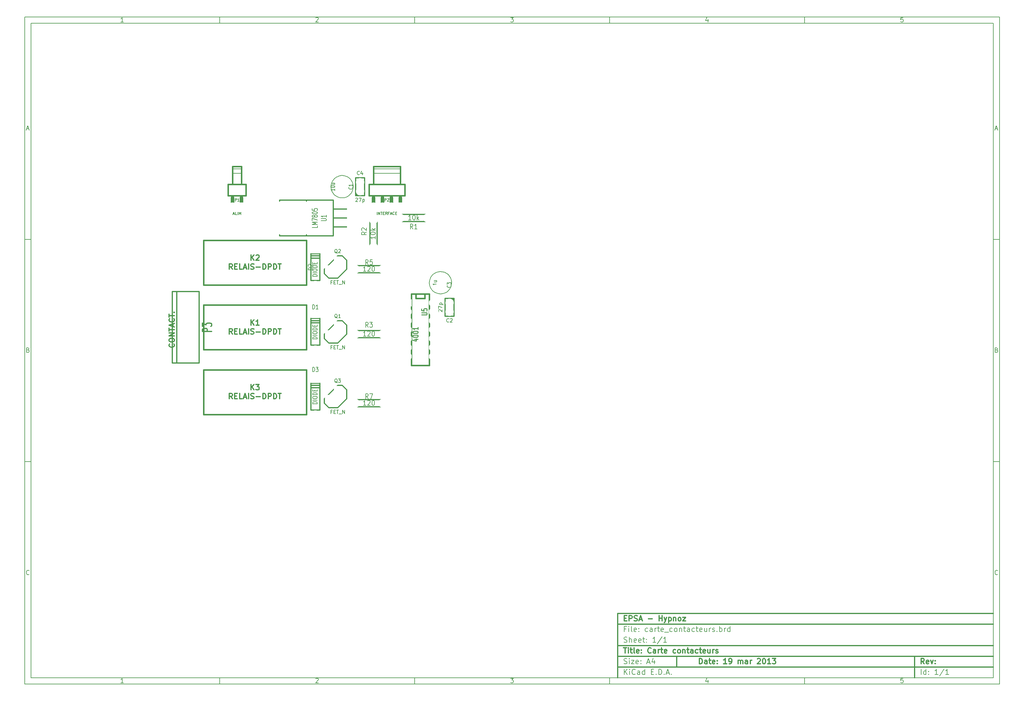
<source format=gto>
G04 (created by PCBNEW-RS274X (2012-01-19 BZR 3256)-stable) date 19/03/2013 15:11:46*
G01*
G70*
G90*
%MOIN*%
G04 Gerber Fmt 3.4, Leading zero omitted, Abs format*
%FSLAX34Y34*%
G04 APERTURE LIST*
%ADD10C,0.006000*%
%ADD11C,0.012000*%
%ADD12C,0.015000*%
%ADD13C,0.005000*%
%ADD14C,0.040000*%
%ADD15C,0.008000*%
%ADD16C,0.011300*%
%ADD17C,0.010000*%
%ADD18R,0.090000X0.090000*%
%ADD19C,0.090000*%
%ADD20R,0.110000X0.110000*%
%ADD21C,0.110000*%
%ADD22C,0.095000*%
%ADD23R,0.370000X0.370000*%
%ADD24R,0.095000X0.095000*%
%ADD25R,0.110000X0.082000*%
%ADD26O,0.110000X0.082000*%
%ADD27C,0.170000*%
%ADD28R,0.170000X0.170000*%
%ADD29C,0.270000*%
G04 APERTURE END LIST*
G54D10*
X04000Y-04000D02*
X113000Y-04000D01*
X113000Y-78670D01*
X04000Y-78670D01*
X04000Y-04000D01*
X04700Y-04700D02*
X112300Y-04700D01*
X112300Y-77970D01*
X04700Y-77970D01*
X04700Y-04700D01*
X25800Y-04000D02*
X25800Y-04700D01*
X15043Y-04552D02*
X14757Y-04552D01*
X14900Y-04552D02*
X14900Y-04052D01*
X14852Y-04124D01*
X14805Y-04171D01*
X14757Y-04195D01*
X25800Y-78670D02*
X25800Y-77970D01*
X15043Y-78522D02*
X14757Y-78522D01*
X14900Y-78522D02*
X14900Y-78022D01*
X14852Y-78094D01*
X14805Y-78141D01*
X14757Y-78165D01*
X47600Y-04000D02*
X47600Y-04700D01*
X36557Y-04100D02*
X36581Y-04076D01*
X36629Y-04052D01*
X36748Y-04052D01*
X36795Y-04076D01*
X36819Y-04100D01*
X36843Y-04148D01*
X36843Y-04195D01*
X36819Y-04267D01*
X36533Y-04552D01*
X36843Y-04552D01*
X47600Y-78670D02*
X47600Y-77970D01*
X36557Y-78070D02*
X36581Y-78046D01*
X36629Y-78022D01*
X36748Y-78022D01*
X36795Y-78046D01*
X36819Y-78070D01*
X36843Y-78118D01*
X36843Y-78165D01*
X36819Y-78237D01*
X36533Y-78522D01*
X36843Y-78522D01*
X69400Y-04000D02*
X69400Y-04700D01*
X58333Y-04052D02*
X58643Y-04052D01*
X58476Y-04243D01*
X58548Y-04243D01*
X58595Y-04267D01*
X58619Y-04290D01*
X58643Y-04338D01*
X58643Y-04457D01*
X58619Y-04505D01*
X58595Y-04529D01*
X58548Y-04552D01*
X58405Y-04552D01*
X58357Y-04529D01*
X58333Y-04505D01*
X69400Y-78670D02*
X69400Y-77970D01*
X58333Y-78022D02*
X58643Y-78022D01*
X58476Y-78213D01*
X58548Y-78213D01*
X58595Y-78237D01*
X58619Y-78260D01*
X58643Y-78308D01*
X58643Y-78427D01*
X58619Y-78475D01*
X58595Y-78499D01*
X58548Y-78522D01*
X58405Y-78522D01*
X58357Y-78499D01*
X58333Y-78475D01*
X91200Y-04000D02*
X91200Y-04700D01*
X80395Y-04219D02*
X80395Y-04552D01*
X80276Y-04029D02*
X80157Y-04386D01*
X80467Y-04386D01*
X91200Y-78670D02*
X91200Y-77970D01*
X80395Y-78189D02*
X80395Y-78522D01*
X80276Y-77999D02*
X80157Y-78356D01*
X80467Y-78356D01*
X102219Y-04052D02*
X101981Y-04052D01*
X101957Y-04290D01*
X101981Y-04267D01*
X102029Y-04243D01*
X102148Y-04243D01*
X102195Y-04267D01*
X102219Y-04290D01*
X102243Y-04338D01*
X102243Y-04457D01*
X102219Y-04505D01*
X102195Y-04529D01*
X102148Y-04552D01*
X102029Y-04552D01*
X101981Y-04529D01*
X101957Y-04505D01*
X102219Y-78022D02*
X101981Y-78022D01*
X101957Y-78260D01*
X101981Y-78237D01*
X102029Y-78213D01*
X102148Y-78213D01*
X102195Y-78237D01*
X102219Y-78260D01*
X102243Y-78308D01*
X102243Y-78427D01*
X102219Y-78475D01*
X102195Y-78499D01*
X102148Y-78522D01*
X102029Y-78522D01*
X101981Y-78499D01*
X101957Y-78475D01*
X04000Y-28890D02*
X04700Y-28890D01*
X04231Y-16510D02*
X04469Y-16510D01*
X04184Y-16652D02*
X04350Y-16152D01*
X04517Y-16652D01*
X113000Y-28890D02*
X112300Y-28890D01*
X112531Y-16510D02*
X112769Y-16510D01*
X112484Y-16652D02*
X112650Y-16152D01*
X112817Y-16652D01*
X04000Y-53780D02*
X04700Y-53780D01*
X04386Y-41280D02*
X04457Y-41304D01*
X04481Y-41328D01*
X04505Y-41376D01*
X04505Y-41447D01*
X04481Y-41495D01*
X04457Y-41519D01*
X04410Y-41542D01*
X04219Y-41542D01*
X04219Y-41042D01*
X04386Y-41042D01*
X04433Y-41066D01*
X04457Y-41090D01*
X04481Y-41138D01*
X04481Y-41185D01*
X04457Y-41233D01*
X04433Y-41257D01*
X04386Y-41280D01*
X04219Y-41280D01*
X113000Y-53780D02*
X112300Y-53780D01*
X112686Y-41280D02*
X112757Y-41304D01*
X112781Y-41328D01*
X112805Y-41376D01*
X112805Y-41447D01*
X112781Y-41495D01*
X112757Y-41519D01*
X112710Y-41542D01*
X112519Y-41542D01*
X112519Y-41042D01*
X112686Y-41042D01*
X112733Y-41066D01*
X112757Y-41090D01*
X112781Y-41138D01*
X112781Y-41185D01*
X112757Y-41233D01*
X112733Y-41257D01*
X112686Y-41280D01*
X112519Y-41280D01*
X04505Y-66385D02*
X04481Y-66409D01*
X04410Y-66432D01*
X04362Y-66432D01*
X04290Y-66409D01*
X04243Y-66361D01*
X04219Y-66313D01*
X04195Y-66218D01*
X04195Y-66147D01*
X04219Y-66051D01*
X04243Y-66004D01*
X04290Y-65956D01*
X04362Y-65932D01*
X04410Y-65932D01*
X04481Y-65956D01*
X04505Y-65980D01*
X112805Y-66385D02*
X112781Y-66409D01*
X112710Y-66432D01*
X112662Y-66432D01*
X112590Y-66409D01*
X112543Y-66361D01*
X112519Y-66313D01*
X112495Y-66218D01*
X112495Y-66147D01*
X112519Y-66051D01*
X112543Y-66004D01*
X112590Y-65956D01*
X112662Y-65932D01*
X112710Y-65932D01*
X112781Y-65956D01*
X112805Y-65980D01*
G54D11*
X79443Y-76413D02*
X79443Y-75813D01*
X79586Y-75813D01*
X79671Y-75841D01*
X79729Y-75899D01*
X79757Y-75956D01*
X79786Y-76070D01*
X79786Y-76156D01*
X79757Y-76270D01*
X79729Y-76327D01*
X79671Y-76384D01*
X79586Y-76413D01*
X79443Y-76413D01*
X80300Y-76413D02*
X80300Y-76099D01*
X80271Y-76041D01*
X80214Y-76013D01*
X80100Y-76013D01*
X80043Y-76041D01*
X80300Y-76384D02*
X80243Y-76413D01*
X80100Y-76413D01*
X80043Y-76384D01*
X80014Y-76327D01*
X80014Y-76270D01*
X80043Y-76213D01*
X80100Y-76184D01*
X80243Y-76184D01*
X80300Y-76156D01*
X80500Y-76013D02*
X80729Y-76013D01*
X80586Y-75813D02*
X80586Y-76327D01*
X80614Y-76384D01*
X80672Y-76413D01*
X80729Y-76413D01*
X81157Y-76384D02*
X81100Y-76413D01*
X80986Y-76413D01*
X80929Y-76384D01*
X80900Y-76327D01*
X80900Y-76099D01*
X80929Y-76041D01*
X80986Y-76013D01*
X81100Y-76013D01*
X81157Y-76041D01*
X81186Y-76099D01*
X81186Y-76156D01*
X80900Y-76213D01*
X81443Y-76356D02*
X81471Y-76384D01*
X81443Y-76413D01*
X81414Y-76384D01*
X81443Y-76356D01*
X81443Y-76413D01*
X81443Y-76041D02*
X81471Y-76070D01*
X81443Y-76099D01*
X81414Y-76070D01*
X81443Y-76041D01*
X81443Y-76099D01*
X82500Y-76413D02*
X82157Y-76413D01*
X82329Y-76413D02*
X82329Y-75813D01*
X82272Y-75899D01*
X82214Y-75956D01*
X82157Y-75984D01*
X82785Y-76413D02*
X82900Y-76413D01*
X82957Y-76384D01*
X82985Y-76356D01*
X83043Y-76270D01*
X83071Y-76156D01*
X83071Y-75927D01*
X83043Y-75870D01*
X83014Y-75841D01*
X82957Y-75813D01*
X82843Y-75813D01*
X82785Y-75841D01*
X82757Y-75870D01*
X82728Y-75927D01*
X82728Y-76070D01*
X82757Y-76127D01*
X82785Y-76156D01*
X82843Y-76184D01*
X82957Y-76184D01*
X83014Y-76156D01*
X83043Y-76127D01*
X83071Y-76070D01*
X83785Y-76413D02*
X83785Y-76013D01*
X83785Y-76070D02*
X83813Y-76041D01*
X83871Y-76013D01*
X83956Y-76013D01*
X84013Y-76041D01*
X84042Y-76099D01*
X84042Y-76413D01*
X84042Y-76099D02*
X84071Y-76041D01*
X84128Y-76013D01*
X84213Y-76013D01*
X84271Y-76041D01*
X84299Y-76099D01*
X84299Y-76413D01*
X84842Y-76413D02*
X84842Y-76099D01*
X84813Y-76041D01*
X84756Y-76013D01*
X84642Y-76013D01*
X84585Y-76041D01*
X84842Y-76384D02*
X84785Y-76413D01*
X84642Y-76413D01*
X84585Y-76384D01*
X84556Y-76327D01*
X84556Y-76270D01*
X84585Y-76213D01*
X84642Y-76184D01*
X84785Y-76184D01*
X84842Y-76156D01*
X85128Y-76413D02*
X85128Y-76013D01*
X85128Y-76127D02*
X85156Y-76070D01*
X85185Y-76041D01*
X85242Y-76013D01*
X85299Y-76013D01*
X85927Y-75870D02*
X85956Y-75841D01*
X86013Y-75813D01*
X86156Y-75813D01*
X86213Y-75841D01*
X86242Y-75870D01*
X86270Y-75927D01*
X86270Y-75984D01*
X86242Y-76070D01*
X85899Y-76413D01*
X86270Y-76413D01*
X86641Y-75813D02*
X86698Y-75813D01*
X86755Y-75841D01*
X86784Y-75870D01*
X86813Y-75927D01*
X86841Y-76041D01*
X86841Y-76184D01*
X86813Y-76299D01*
X86784Y-76356D01*
X86755Y-76384D01*
X86698Y-76413D01*
X86641Y-76413D01*
X86584Y-76384D01*
X86555Y-76356D01*
X86527Y-76299D01*
X86498Y-76184D01*
X86498Y-76041D01*
X86527Y-75927D01*
X86555Y-75870D01*
X86584Y-75841D01*
X86641Y-75813D01*
X87412Y-76413D02*
X87069Y-76413D01*
X87241Y-76413D02*
X87241Y-75813D01*
X87184Y-75899D01*
X87126Y-75956D01*
X87069Y-75984D01*
X87612Y-75813D02*
X87983Y-75813D01*
X87783Y-76041D01*
X87869Y-76041D01*
X87926Y-76070D01*
X87955Y-76099D01*
X87983Y-76156D01*
X87983Y-76299D01*
X87955Y-76356D01*
X87926Y-76384D01*
X87869Y-76413D01*
X87697Y-76413D01*
X87640Y-76384D01*
X87612Y-76356D01*
G54D10*
X71043Y-77613D02*
X71043Y-77013D01*
X71386Y-77613D02*
X71129Y-77270D01*
X71386Y-77013D02*
X71043Y-77356D01*
X71643Y-77613D02*
X71643Y-77213D01*
X71643Y-77013D02*
X71614Y-77041D01*
X71643Y-77070D01*
X71671Y-77041D01*
X71643Y-77013D01*
X71643Y-77070D01*
X72272Y-77556D02*
X72243Y-77584D01*
X72157Y-77613D01*
X72100Y-77613D01*
X72015Y-77584D01*
X71957Y-77527D01*
X71929Y-77470D01*
X71900Y-77356D01*
X71900Y-77270D01*
X71929Y-77156D01*
X71957Y-77099D01*
X72015Y-77041D01*
X72100Y-77013D01*
X72157Y-77013D01*
X72243Y-77041D01*
X72272Y-77070D01*
X72786Y-77613D02*
X72786Y-77299D01*
X72757Y-77241D01*
X72700Y-77213D01*
X72586Y-77213D01*
X72529Y-77241D01*
X72786Y-77584D02*
X72729Y-77613D01*
X72586Y-77613D01*
X72529Y-77584D01*
X72500Y-77527D01*
X72500Y-77470D01*
X72529Y-77413D01*
X72586Y-77384D01*
X72729Y-77384D01*
X72786Y-77356D01*
X73329Y-77613D02*
X73329Y-77013D01*
X73329Y-77584D02*
X73272Y-77613D01*
X73158Y-77613D01*
X73100Y-77584D01*
X73072Y-77556D01*
X73043Y-77499D01*
X73043Y-77327D01*
X73072Y-77270D01*
X73100Y-77241D01*
X73158Y-77213D01*
X73272Y-77213D01*
X73329Y-77241D01*
X74072Y-77299D02*
X74272Y-77299D01*
X74358Y-77613D02*
X74072Y-77613D01*
X74072Y-77013D01*
X74358Y-77013D01*
X74615Y-77556D02*
X74643Y-77584D01*
X74615Y-77613D01*
X74586Y-77584D01*
X74615Y-77556D01*
X74615Y-77613D01*
X74901Y-77613D02*
X74901Y-77013D01*
X75044Y-77013D01*
X75129Y-77041D01*
X75187Y-77099D01*
X75215Y-77156D01*
X75244Y-77270D01*
X75244Y-77356D01*
X75215Y-77470D01*
X75187Y-77527D01*
X75129Y-77584D01*
X75044Y-77613D01*
X74901Y-77613D01*
X75501Y-77556D02*
X75529Y-77584D01*
X75501Y-77613D01*
X75472Y-77584D01*
X75501Y-77556D01*
X75501Y-77613D01*
X75758Y-77441D02*
X76044Y-77441D01*
X75701Y-77613D02*
X75901Y-77013D01*
X76101Y-77613D01*
X76301Y-77556D02*
X76329Y-77584D01*
X76301Y-77613D01*
X76272Y-77584D01*
X76301Y-77556D01*
X76301Y-77613D01*
G54D11*
X104586Y-76413D02*
X104386Y-76127D01*
X104243Y-76413D02*
X104243Y-75813D01*
X104471Y-75813D01*
X104529Y-75841D01*
X104557Y-75870D01*
X104586Y-75927D01*
X104586Y-76013D01*
X104557Y-76070D01*
X104529Y-76099D01*
X104471Y-76127D01*
X104243Y-76127D01*
X105071Y-76384D02*
X105014Y-76413D01*
X104900Y-76413D01*
X104843Y-76384D01*
X104814Y-76327D01*
X104814Y-76099D01*
X104843Y-76041D01*
X104900Y-76013D01*
X105014Y-76013D01*
X105071Y-76041D01*
X105100Y-76099D01*
X105100Y-76156D01*
X104814Y-76213D01*
X105300Y-76013D02*
X105443Y-76413D01*
X105585Y-76013D01*
X105814Y-76356D02*
X105842Y-76384D01*
X105814Y-76413D01*
X105785Y-76384D01*
X105814Y-76356D01*
X105814Y-76413D01*
X105814Y-76041D02*
X105842Y-76070D01*
X105814Y-76099D01*
X105785Y-76070D01*
X105814Y-76041D01*
X105814Y-76099D01*
G54D10*
X71014Y-76384D02*
X71100Y-76413D01*
X71243Y-76413D01*
X71300Y-76384D01*
X71329Y-76356D01*
X71357Y-76299D01*
X71357Y-76241D01*
X71329Y-76184D01*
X71300Y-76156D01*
X71243Y-76127D01*
X71129Y-76099D01*
X71071Y-76070D01*
X71043Y-76041D01*
X71014Y-75984D01*
X71014Y-75927D01*
X71043Y-75870D01*
X71071Y-75841D01*
X71129Y-75813D01*
X71271Y-75813D01*
X71357Y-75841D01*
X71614Y-76413D02*
X71614Y-76013D01*
X71614Y-75813D02*
X71585Y-75841D01*
X71614Y-75870D01*
X71642Y-75841D01*
X71614Y-75813D01*
X71614Y-75870D01*
X71843Y-76013D02*
X72157Y-76013D01*
X71843Y-76413D01*
X72157Y-76413D01*
X72614Y-76384D02*
X72557Y-76413D01*
X72443Y-76413D01*
X72386Y-76384D01*
X72357Y-76327D01*
X72357Y-76099D01*
X72386Y-76041D01*
X72443Y-76013D01*
X72557Y-76013D01*
X72614Y-76041D01*
X72643Y-76099D01*
X72643Y-76156D01*
X72357Y-76213D01*
X72900Y-76356D02*
X72928Y-76384D01*
X72900Y-76413D01*
X72871Y-76384D01*
X72900Y-76356D01*
X72900Y-76413D01*
X72900Y-76041D02*
X72928Y-76070D01*
X72900Y-76099D01*
X72871Y-76070D01*
X72900Y-76041D01*
X72900Y-76099D01*
X73614Y-76241D02*
X73900Y-76241D01*
X73557Y-76413D02*
X73757Y-75813D01*
X73957Y-76413D01*
X74414Y-76013D02*
X74414Y-76413D01*
X74271Y-75784D02*
X74128Y-76213D01*
X74500Y-76213D01*
X104243Y-77613D02*
X104243Y-77013D01*
X104786Y-77613D02*
X104786Y-77013D01*
X104786Y-77584D02*
X104729Y-77613D01*
X104615Y-77613D01*
X104557Y-77584D01*
X104529Y-77556D01*
X104500Y-77499D01*
X104500Y-77327D01*
X104529Y-77270D01*
X104557Y-77241D01*
X104615Y-77213D01*
X104729Y-77213D01*
X104786Y-77241D01*
X105072Y-77556D02*
X105100Y-77584D01*
X105072Y-77613D01*
X105043Y-77584D01*
X105072Y-77556D01*
X105072Y-77613D01*
X105072Y-77241D02*
X105100Y-77270D01*
X105072Y-77299D01*
X105043Y-77270D01*
X105072Y-77241D01*
X105072Y-77299D01*
X106129Y-77613D02*
X105786Y-77613D01*
X105958Y-77613D02*
X105958Y-77013D01*
X105901Y-77099D01*
X105843Y-77156D01*
X105786Y-77184D01*
X106814Y-76984D02*
X106300Y-77756D01*
X107329Y-77613D02*
X106986Y-77613D01*
X107158Y-77613D02*
X107158Y-77013D01*
X107101Y-77099D01*
X107043Y-77156D01*
X106986Y-77184D01*
G54D11*
X70957Y-74613D02*
X71300Y-74613D01*
X71129Y-75213D02*
X71129Y-74613D01*
X71500Y-75213D02*
X71500Y-74813D01*
X71500Y-74613D02*
X71471Y-74641D01*
X71500Y-74670D01*
X71528Y-74641D01*
X71500Y-74613D01*
X71500Y-74670D01*
X71700Y-74813D02*
X71929Y-74813D01*
X71786Y-74613D02*
X71786Y-75127D01*
X71814Y-75184D01*
X71872Y-75213D01*
X71929Y-75213D01*
X72215Y-75213D02*
X72157Y-75184D01*
X72129Y-75127D01*
X72129Y-74613D01*
X72671Y-75184D02*
X72614Y-75213D01*
X72500Y-75213D01*
X72443Y-75184D01*
X72414Y-75127D01*
X72414Y-74899D01*
X72443Y-74841D01*
X72500Y-74813D01*
X72614Y-74813D01*
X72671Y-74841D01*
X72700Y-74899D01*
X72700Y-74956D01*
X72414Y-75013D01*
X72957Y-75156D02*
X72985Y-75184D01*
X72957Y-75213D01*
X72928Y-75184D01*
X72957Y-75156D01*
X72957Y-75213D01*
X72957Y-74841D02*
X72985Y-74870D01*
X72957Y-74899D01*
X72928Y-74870D01*
X72957Y-74841D01*
X72957Y-74899D01*
X74043Y-75156D02*
X74014Y-75184D01*
X73928Y-75213D01*
X73871Y-75213D01*
X73786Y-75184D01*
X73728Y-75127D01*
X73700Y-75070D01*
X73671Y-74956D01*
X73671Y-74870D01*
X73700Y-74756D01*
X73728Y-74699D01*
X73786Y-74641D01*
X73871Y-74613D01*
X73928Y-74613D01*
X74014Y-74641D01*
X74043Y-74670D01*
X74557Y-75213D02*
X74557Y-74899D01*
X74528Y-74841D01*
X74471Y-74813D01*
X74357Y-74813D01*
X74300Y-74841D01*
X74557Y-75184D02*
X74500Y-75213D01*
X74357Y-75213D01*
X74300Y-75184D01*
X74271Y-75127D01*
X74271Y-75070D01*
X74300Y-75013D01*
X74357Y-74984D01*
X74500Y-74984D01*
X74557Y-74956D01*
X74843Y-75213D02*
X74843Y-74813D01*
X74843Y-74927D02*
X74871Y-74870D01*
X74900Y-74841D01*
X74957Y-74813D01*
X75014Y-74813D01*
X75128Y-74813D02*
X75357Y-74813D01*
X75214Y-74613D02*
X75214Y-75127D01*
X75242Y-75184D01*
X75300Y-75213D01*
X75357Y-75213D01*
X75785Y-75184D02*
X75728Y-75213D01*
X75614Y-75213D01*
X75557Y-75184D01*
X75528Y-75127D01*
X75528Y-74899D01*
X75557Y-74841D01*
X75614Y-74813D01*
X75728Y-74813D01*
X75785Y-74841D01*
X75814Y-74899D01*
X75814Y-74956D01*
X75528Y-75013D01*
X76785Y-75184D02*
X76728Y-75213D01*
X76614Y-75213D01*
X76556Y-75184D01*
X76528Y-75156D01*
X76499Y-75099D01*
X76499Y-74927D01*
X76528Y-74870D01*
X76556Y-74841D01*
X76614Y-74813D01*
X76728Y-74813D01*
X76785Y-74841D01*
X77128Y-75213D02*
X77070Y-75184D01*
X77042Y-75156D01*
X77013Y-75099D01*
X77013Y-74927D01*
X77042Y-74870D01*
X77070Y-74841D01*
X77128Y-74813D01*
X77213Y-74813D01*
X77270Y-74841D01*
X77299Y-74870D01*
X77328Y-74927D01*
X77328Y-75099D01*
X77299Y-75156D01*
X77270Y-75184D01*
X77213Y-75213D01*
X77128Y-75213D01*
X77585Y-74813D02*
X77585Y-75213D01*
X77585Y-74870D02*
X77613Y-74841D01*
X77671Y-74813D01*
X77756Y-74813D01*
X77813Y-74841D01*
X77842Y-74899D01*
X77842Y-75213D01*
X78042Y-74813D02*
X78271Y-74813D01*
X78128Y-74613D02*
X78128Y-75127D01*
X78156Y-75184D01*
X78214Y-75213D01*
X78271Y-75213D01*
X78728Y-75213D02*
X78728Y-74899D01*
X78699Y-74841D01*
X78642Y-74813D01*
X78528Y-74813D01*
X78471Y-74841D01*
X78728Y-75184D02*
X78671Y-75213D01*
X78528Y-75213D01*
X78471Y-75184D01*
X78442Y-75127D01*
X78442Y-75070D01*
X78471Y-75013D01*
X78528Y-74984D01*
X78671Y-74984D01*
X78728Y-74956D01*
X79271Y-75184D02*
X79214Y-75213D01*
X79100Y-75213D01*
X79042Y-75184D01*
X79014Y-75156D01*
X78985Y-75099D01*
X78985Y-74927D01*
X79014Y-74870D01*
X79042Y-74841D01*
X79100Y-74813D01*
X79214Y-74813D01*
X79271Y-74841D01*
X79442Y-74813D02*
X79671Y-74813D01*
X79528Y-74613D02*
X79528Y-75127D01*
X79556Y-75184D01*
X79614Y-75213D01*
X79671Y-75213D01*
X80099Y-75184D02*
X80042Y-75213D01*
X79928Y-75213D01*
X79871Y-75184D01*
X79842Y-75127D01*
X79842Y-74899D01*
X79871Y-74841D01*
X79928Y-74813D01*
X80042Y-74813D01*
X80099Y-74841D01*
X80128Y-74899D01*
X80128Y-74956D01*
X79842Y-75013D01*
X80642Y-74813D02*
X80642Y-75213D01*
X80385Y-74813D02*
X80385Y-75127D01*
X80413Y-75184D01*
X80471Y-75213D01*
X80556Y-75213D01*
X80613Y-75184D01*
X80642Y-75156D01*
X80928Y-75213D02*
X80928Y-74813D01*
X80928Y-74927D02*
X80956Y-74870D01*
X80985Y-74841D01*
X81042Y-74813D01*
X81099Y-74813D01*
X81270Y-75184D02*
X81327Y-75213D01*
X81442Y-75213D01*
X81499Y-75184D01*
X81527Y-75127D01*
X81527Y-75099D01*
X81499Y-75041D01*
X81442Y-75013D01*
X81356Y-75013D01*
X81299Y-74984D01*
X81270Y-74927D01*
X81270Y-74899D01*
X81299Y-74841D01*
X81356Y-74813D01*
X81442Y-74813D01*
X81499Y-74841D01*
G54D10*
X71243Y-72499D02*
X71043Y-72499D01*
X71043Y-72813D02*
X71043Y-72213D01*
X71329Y-72213D01*
X71557Y-72813D02*
X71557Y-72413D01*
X71557Y-72213D02*
X71528Y-72241D01*
X71557Y-72270D01*
X71585Y-72241D01*
X71557Y-72213D01*
X71557Y-72270D01*
X71929Y-72813D02*
X71871Y-72784D01*
X71843Y-72727D01*
X71843Y-72213D01*
X72385Y-72784D02*
X72328Y-72813D01*
X72214Y-72813D01*
X72157Y-72784D01*
X72128Y-72727D01*
X72128Y-72499D01*
X72157Y-72441D01*
X72214Y-72413D01*
X72328Y-72413D01*
X72385Y-72441D01*
X72414Y-72499D01*
X72414Y-72556D01*
X72128Y-72613D01*
X72671Y-72756D02*
X72699Y-72784D01*
X72671Y-72813D01*
X72642Y-72784D01*
X72671Y-72756D01*
X72671Y-72813D01*
X72671Y-72441D02*
X72699Y-72470D01*
X72671Y-72499D01*
X72642Y-72470D01*
X72671Y-72441D01*
X72671Y-72499D01*
X73671Y-72784D02*
X73614Y-72813D01*
X73500Y-72813D01*
X73442Y-72784D01*
X73414Y-72756D01*
X73385Y-72699D01*
X73385Y-72527D01*
X73414Y-72470D01*
X73442Y-72441D01*
X73500Y-72413D01*
X73614Y-72413D01*
X73671Y-72441D01*
X74185Y-72813D02*
X74185Y-72499D01*
X74156Y-72441D01*
X74099Y-72413D01*
X73985Y-72413D01*
X73928Y-72441D01*
X74185Y-72784D02*
X74128Y-72813D01*
X73985Y-72813D01*
X73928Y-72784D01*
X73899Y-72727D01*
X73899Y-72670D01*
X73928Y-72613D01*
X73985Y-72584D01*
X74128Y-72584D01*
X74185Y-72556D01*
X74471Y-72813D02*
X74471Y-72413D01*
X74471Y-72527D02*
X74499Y-72470D01*
X74528Y-72441D01*
X74585Y-72413D01*
X74642Y-72413D01*
X74756Y-72413D02*
X74985Y-72413D01*
X74842Y-72213D02*
X74842Y-72727D01*
X74870Y-72784D01*
X74928Y-72813D01*
X74985Y-72813D01*
X75413Y-72784D02*
X75356Y-72813D01*
X75242Y-72813D01*
X75185Y-72784D01*
X75156Y-72727D01*
X75156Y-72499D01*
X75185Y-72441D01*
X75242Y-72413D01*
X75356Y-72413D01*
X75413Y-72441D01*
X75442Y-72499D01*
X75442Y-72556D01*
X75156Y-72613D01*
X75556Y-72870D02*
X76013Y-72870D01*
X76413Y-72784D02*
X76356Y-72813D01*
X76242Y-72813D01*
X76184Y-72784D01*
X76156Y-72756D01*
X76127Y-72699D01*
X76127Y-72527D01*
X76156Y-72470D01*
X76184Y-72441D01*
X76242Y-72413D01*
X76356Y-72413D01*
X76413Y-72441D01*
X76756Y-72813D02*
X76698Y-72784D01*
X76670Y-72756D01*
X76641Y-72699D01*
X76641Y-72527D01*
X76670Y-72470D01*
X76698Y-72441D01*
X76756Y-72413D01*
X76841Y-72413D01*
X76898Y-72441D01*
X76927Y-72470D01*
X76956Y-72527D01*
X76956Y-72699D01*
X76927Y-72756D01*
X76898Y-72784D01*
X76841Y-72813D01*
X76756Y-72813D01*
X77213Y-72413D02*
X77213Y-72813D01*
X77213Y-72470D02*
X77241Y-72441D01*
X77299Y-72413D01*
X77384Y-72413D01*
X77441Y-72441D01*
X77470Y-72499D01*
X77470Y-72813D01*
X77670Y-72413D02*
X77899Y-72413D01*
X77756Y-72213D02*
X77756Y-72727D01*
X77784Y-72784D01*
X77842Y-72813D01*
X77899Y-72813D01*
X78356Y-72813D02*
X78356Y-72499D01*
X78327Y-72441D01*
X78270Y-72413D01*
X78156Y-72413D01*
X78099Y-72441D01*
X78356Y-72784D02*
X78299Y-72813D01*
X78156Y-72813D01*
X78099Y-72784D01*
X78070Y-72727D01*
X78070Y-72670D01*
X78099Y-72613D01*
X78156Y-72584D01*
X78299Y-72584D01*
X78356Y-72556D01*
X78899Y-72784D02*
X78842Y-72813D01*
X78728Y-72813D01*
X78670Y-72784D01*
X78642Y-72756D01*
X78613Y-72699D01*
X78613Y-72527D01*
X78642Y-72470D01*
X78670Y-72441D01*
X78728Y-72413D01*
X78842Y-72413D01*
X78899Y-72441D01*
X79070Y-72413D02*
X79299Y-72413D01*
X79156Y-72213D02*
X79156Y-72727D01*
X79184Y-72784D01*
X79242Y-72813D01*
X79299Y-72813D01*
X79727Y-72784D02*
X79670Y-72813D01*
X79556Y-72813D01*
X79499Y-72784D01*
X79470Y-72727D01*
X79470Y-72499D01*
X79499Y-72441D01*
X79556Y-72413D01*
X79670Y-72413D01*
X79727Y-72441D01*
X79756Y-72499D01*
X79756Y-72556D01*
X79470Y-72613D01*
X80270Y-72413D02*
X80270Y-72813D01*
X80013Y-72413D02*
X80013Y-72727D01*
X80041Y-72784D01*
X80099Y-72813D01*
X80184Y-72813D01*
X80241Y-72784D01*
X80270Y-72756D01*
X80556Y-72813D02*
X80556Y-72413D01*
X80556Y-72527D02*
X80584Y-72470D01*
X80613Y-72441D01*
X80670Y-72413D01*
X80727Y-72413D01*
X80898Y-72784D02*
X80955Y-72813D01*
X81070Y-72813D01*
X81127Y-72784D01*
X81155Y-72727D01*
X81155Y-72699D01*
X81127Y-72641D01*
X81070Y-72613D01*
X80984Y-72613D01*
X80927Y-72584D01*
X80898Y-72527D01*
X80898Y-72499D01*
X80927Y-72441D01*
X80984Y-72413D01*
X81070Y-72413D01*
X81127Y-72441D01*
X81413Y-72756D02*
X81441Y-72784D01*
X81413Y-72813D01*
X81384Y-72784D01*
X81413Y-72756D01*
X81413Y-72813D01*
X81699Y-72813D02*
X81699Y-72213D01*
X81699Y-72441D02*
X81756Y-72413D01*
X81870Y-72413D01*
X81927Y-72441D01*
X81956Y-72470D01*
X81985Y-72527D01*
X81985Y-72699D01*
X81956Y-72756D01*
X81927Y-72784D01*
X81870Y-72813D01*
X81756Y-72813D01*
X81699Y-72784D01*
X82242Y-72813D02*
X82242Y-72413D01*
X82242Y-72527D02*
X82270Y-72470D01*
X82299Y-72441D01*
X82356Y-72413D01*
X82413Y-72413D01*
X82870Y-72813D02*
X82870Y-72213D01*
X82870Y-72784D02*
X82813Y-72813D01*
X82699Y-72813D01*
X82641Y-72784D01*
X82613Y-72756D01*
X82584Y-72699D01*
X82584Y-72527D01*
X82613Y-72470D01*
X82641Y-72441D01*
X82699Y-72413D01*
X82813Y-72413D01*
X82870Y-72441D01*
X71014Y-73984D02*
X71100Y-74013D01*
X71243Y-74013D01*
X71300Y-73984D01*
X71329Y-73956D01*
X71357Y-73899D01*
X71357Y-73841D01*
X71329Y-73784D01*
X71300Y-73756D01*
X71243Y-73727D01*
X71129Y-73699D01*
X71071Y-73670D01*
X71043Y-73641D01*
X71014Y-73584D01*
X71014Y-73527D01*
X71043Y-73470D01*
X71071Y-73441D01*
X71129Y-73413D01*
X71271Y-73413D01*
X71357Y-73441D01*
X71614Y-74013D02*
X71614Y-73413D01*
X71871Y-74013D02*
X71871Y-73699D01*
X71842Y-73641D01*
X71785Y-73613D01*
X71700Y-73613D01*
X71642Y-73641D01*
X71614Y-73670D01*
X72385Y-73984D02*
X72328Y-74013D01*
X72214Y-74013D01*
X72157Y-73984D01*
X72128Y-73927D01*
X72128Y-73699D01*
X72157Y-73641D01*
X72214Y-73613D01*
X72328Y-73613D01*
X72385Y-73641D01*
X72414Y-73699D01*
X72414Y-73756D01*
X72128Y-73813D01*
X72899Y-73984D02*
X72842Y-74013D01*
X72728Y-74013D01*
X72671Y-73984D01*
X72642Y-73927D01*
X72642Y-73699D01*
X72671Y-73641D01*
X72728Y-73613D01*
X72842Y-73613D01*
X72899Y-73641D01*
X72928Y-73699D01*
X72928Y-73756D01*
X72642Y-73813D01*
X73099Y-73613D02*
X73328Y-73613D01*
X73185Y-73413D02*
X73185Y-73927D01*
X73213Y-73984D01*
X73271Y-74013D01*
X73328Y-74013D01*
X73528Y-73956D02*
X73556Y-73984D01*
X73528Y-74013D01*
X73499Y-73984D01*
X73528Y-73956D01*
X73528Y-74013D01*
X73528Y-73641D02*
X73556Y-73670D01*
X73528Y-73699D01*
X73499Y-73670D01*
X73528Y-73641D01*
X73528Y-73699D01*
X74585Y-74013D02*
X74242Y-74013D01*
X74414Y-74013D02*
X74414Y-73413D01*
X74357Y-73499D01*
X74299Y-73556D01*
X74242Y-73584D01*
X75270Y-73384D02*
X74756Y-74156D01*
X75785Y-74013D02*
X75442Y-74013D01*
X75614Y-74013D02*
X75614Y-73413D01*
X75557Y-73499D01*
X75499Y-73556D01*
X75442Y-73584D01*
G54D11*
X71043Y-71299D02*
X71243Y-71299D01*
X71329Y-71613D02*
X71043Y-71613D01*
X71043Y-71013D01*
X71329Y-71013D01*
X71586Y-71613D02*
X71586Y-71013D01*
X71814Y-71013D01*
X71872Y-71041D01*
X71900Y-71070D01*
X71929Y-71127D01*
X71929Y-71213D01*
X71900Y-71270D01*
X71872Y-71299D01*
X71814Y-71327D01*
X71586Y-71327D01*
X72157Y-71584D02*
X72243Y-71613D01*
X72386Y-71613D01*
X72443Y-71584D01*
X72472Y-71556D01*
X72500Y-71499D01*
X72500Y-71441D01*
X72472Y-71384D01*
X72443Y-71356D01*
X72386Y-71327D01*
X72272Y-71299D01*
X72214Y-71270D01*
X72186Y-71241D01*
X72157Y-71184D01*
X72157Y-71127D01*
X72186Y-71070D01*
X72214Y-71041D01*
X72272Y-71013D01*
X72414Y-71013D01*
X72500Y-71041D01*
X72728Y-71441D02*
X73014Y-71441D01*
X72671Y-71613D02*
X72871Y-71013D01*
X73071Y-71613D01*
X73728Y-71384D02*
X74185Y-71384D01*
X74928Y-71613D02*
X74928Y-71013D01*
X74928Y-71299D02*
X75271Y-71299D01*
X75271Y-71613D02*
X75271Y-71013D01*
X75500Y-71213D02*
X75643Y-71613D01*
X75785Y-71213D02*
X75643Y-71613D01*
X75585Y-71756D01*
X75557Y-71784D01*
X75500Y-71813D01*
X76014Y-71213D02*
X76014Y-71813D01*
X76014Y-71241D02*
X76071Y-71213D01*
X76185Y-71213D01*
X76242Y-71241D01*
X76271Y-71270D01*
X76300Y-71327D01*
X76300Y-71499D01*
X76271Y-71556D01*
X76242Y-71584D01*
X76185Y-71613D01*
X76071Y-71613D01*
X76014Y-71584D01*
X76557Y-71213D02*
X76557Y-71613D01*
X76557Y-71270D02*
X76585Y-71241D01*
X76643Y-71213D01*
X76728Y-71213D01*
X76785Y-71241D01*
X76814Y-71299D01*
X76814Y-71613D01*
X77186Y-71613D02*
X77128Y-71584D01*
X77100Y-71556D01*
X77071Y-71499D01*
X77071Y-71327D01*
X77100Y-71270D01*
X77128Y-71241D01*
X77186Y-71213D01*
X77271Y-71213D01*
X77328Y-71241D01*
X77357Y-71270D01*
X77386Y-71327D01*
X77386Y-71499D01*
X77357Y-71556D01*
X77328Y-71584D01*
X77271Y-71613D01*
X77186Y-71613D01*
X77586Y-71213D02*
X77900Y-71213D01*
X77586Y-71613D01*
X77900Y-71613D01*
X70300Y-70770D02*
X70300Y-77970D01*
X70300Y-71970D02*
X112300Y-71970D01*
X70300Y-70770D02*
X112300Y-70770D01*
X70300Y-74370D02*
X112300Y-74370D01*
X103500Y-75570D02*
X103500Y-77970D01*
X70300Y-76770D02*
X112300Y-76770D01*
X70300Y-75570D02*
X112300Y-75570D01*
X76900Y-75570D02*
X76900Y-76770D01*
X39000Y-38000D02*
X37500Y-39500D01*
X37500Y-39500D02*
X37500Y-40000D01*
X37500Y-40000D02*
X38000Y-40500D01*
X38000Y-40500D02*
X39000Y-40500D01*
X39000Y-40500D02*
X40000Y-39500D01*
X40000Y-39500D02*
X40000Y-38500D01*
X40000Y-38500D02*
X39500Y-38000D01*
X39500Y-38000D02*
X39000Y-38000D01*
X39000Y-30750D02*
X37500Y-32250D01*
X37500Y-32250D02*
X37500Y-32750D01*
X37500Y-32750D02*
X38000Y-33250D01*
X38000Y-33250D02*
X39000Y-33250D01*
X39000Y-33250D02*
X40000Y-32250D01*
X40000Y-32250D02*
X40000Y-31250D01*
X40000Y-31250D02*
X39500Y-30750D01*
X39500Y-30750D02*
X39000Y-30750D01*
X39000Y-45250D02*
X37500Y-46750D01*
X37500Y-46750D02*
X37500Y-47250D01*
X37500Y-47250D02*
X38000Y-47750D01*
X38000Y-47750D02*
X39000Y-47750D01*
X39000Y-47750D02*
X40000Y-46750D01*
X40000Y-46750D02*
X40000Y-45750D01*
X40000Y-45750D02*
X39500Y-45250D01*
X39500Y-45250D02*
X39000Y-45250D01*
G54D12*
X35500Y-48500D02*
X24000Y-48500D01*
X24000Y-48500D02*
X24000Y-43500D01*
X24000Y-43500D02*
X35500Y-43500D01*
X35500Y-43500D02*
X35500Y-48500D01*
X35500Y-34000D02*
X24000Y-34000D01*
X24000Y-34000D02*
X24000Y-29000D01*
X24000Y-29000D02*
X35500Y-29000D01*
X35500Y-29000D02*
X35500Y-34000D01*
X35500Y-41250D02*
X24000Y-41250D01*
X24000Y-41250D02*
X24000Y-36250D01*
X24000Y-36250D02*
X35500Y-36250D01*
X35500Y-36250D02*
X35500Y-41250D01*
G54D11*
X41000Y-39500D02*
X41200Y-39500D01*
X44000Y-39500D02*
X43800Y-39500D01*
X43800Y-39500D02*
X43800Y-39100D01*
X43800Y-39100D02*
X41200Y-39100D01*
X41200Y-39100D02*
X41200Y-39900D01*
X41200Y-39900D02*
X43800Y-39900D01*
X43800Y-39900D02*
X43800Y-39500D01*
X41200Y-39300D02*
X41400Y-39100D01*
X43000Y-26750D02*
X43000Y-26950D01*
X43000Y-29750D02*
X43000Y-29550D01*
X43000Y-29550D02*
X43400Y-29550D01*
X43400Y-29550D02*
X43400Y-26950D01*
X43400Y-26950D02*
X42600Y-26950D01*
X42600Y-26950D02*
X42600Y-29550D01*
X42600Y-29550D02*
X43000Y-29550D01*
X43200Y-26950D02*
X43400Y-27150D01*
X49000Y-26500D02*
X48800Y-26500D01*
X46000Y-26500D02*
X46200Y-26500D01*
X46200Y-26500D02*
X46200Y-26900D01*
X46200Y-26900D02*
X48800Y-26900D01*
X48800Y-26900D02*
X48800Y-26100D01*
X48800Y-26100D02*
X46200Y-26100D01*
X46200Y-26100D02*
X46200Y-26500D01*
X48800Y-26700D02*
X48600Y-26900D01*
X41000Y-47250D02*
X41200Y-47250D01*
X44000Y-47250D02*
X43800Y-47250D01*
X43800Y-47250D02*
X43800Y-46850D01*
X43800Y-46850D02*
X41200Y-46850D01*
X41200Y-46850D02*
X41200Y-47650D01*
X41200Y-47650D02*
X43800Y-47650D01*
X43800Y-47650D02*
X43800Y-47250D01*
X41200Y-47050D02*
X41400Y-46850D01*
X41000Y-32250D02*
X41200Y-32250D01*
X44000Y-32250D02*
X43800Y-32250D01*
X43800Y-32250D02*
X43800Y-31850D01*
X43800Y-31850D02*
X41200Y-31850D01*
X41200Y-31850D02*
X41200Y-32650D01*
X41200Y-32650D02*
X43800Y-32650D01*
X43800Y-32650D02*
X43800Y-32250D01*
X41200Y-32050D02*
X41400Y-31850D01*
X40500Y-27500D02*
X38500Y-27500D01*
X40500Y-26500D02*
X38500Y-26500D01*
X40500Y-25500D02*
X38500Y-25500D01*
X38500Y-28000D02*
X38500Y-24500D01*
X38500Y-24500D02*
X32500Y-24500D01*
X32500Y-24500D02*
X32500Y-28500D01*
X38500Y-28000D02*
X38500Y-28500D01*
X35500Y-25000D02*
X35500Y-28500D01*
X35500Y-25000D02*
X35500Y-24500D01*
X38500Y-28500D02*
X32500Y-28500D01*
G54D13*
X44000Y-21000D02*
X46000Y-21000D01*
X44000Y-21500D02*
X46000Y-21500D01*
G54D12*
X46000Y-20750D02*
X44000Y-20750D01*
X46500Y-22750D02*
X44500Y-22750D01*
X46500Y-24000D02*
X44500Y-24000D01*
G54D14*
X44000Y-25250D02*
X44000Y-24250D01*
X45000Y-25250D02*
X45000Y-24250D01*
X43000Y-25250D02*
X43000Y-24250D01*
X46000Y-25250D02*
X46000Y-24250D01*
G54D13*
X44000Y-21500D02*
X43000Y-21500D01*
X44000Y-21000D02*
X43000Y-21000D01*
G54D12*
X46000Y-22750D02*
X46000Y-20750D01*
X44000Y-20750D02*
X43000Y-20750D01*
X43000Y-20750D02*
X43000Y-22750D01*
X46500Y-24000D02*
X46500Y-22750D01*
X44500Y-22750D02*
X42500Y-22750D01*
X42500Y-22750D02*
X42500Y-24000D01*
X44500Y-24000D02*
X42500Y-24000D01*
G54D14*
X27250Y-25250D02*
X27250Y-24250D01*
X28250Y-25250D02*
X28250Y-24250D01*
G54D13*
X28250Y-21500D02*
X27250Y-21500D01*
X28250Y-21000D02*
X27250Y-21000D01*
G54D12*
X28250Y-22750D02*
X28250Y-20750D01*
X28250Y-20750D02*
X27250Y-20750D01*
X27250Y-20750D02*
X27250Y-22750D01*
X28750Y-24000D02*
X28750Y-22750D01*
X28750Y-22750D02*
X26750Y-22750D01*
X26750Y-22750D02*
X26750Y-24000D01*
X28750Y-24000D02*
X26750Y-24000D01*
X49250Y-35000D02*
X49250Y-43000D01*
X47250Y-43000D02*
X47250Y-35000D01*
X47250Y-35000D02*
X49250Y-35000D01*
X48750Y-35000D02*
X48750Y-35500D01*
X48750Y-35500D02*
X47750Y-35500D01*
X47750Y-35500D02*
X47750Y-35000D01*
X49250Y-43000D02*
X47250Y-43000D01*
G54D13*
X51750Y-33750D02*
X51726Y-33992D01*
X51655Y-34226D01*
X51541Y-34441D01*
X51386Y-34630D01*
X51198Y-34786D01*
X50984Y-34902D01*
X50751Y-34974D01*
X50508Y-34999D01*
X50266Y-34977D01*
X50032Y-34908D01*
X49816Y-34795D01*
X49626Y-34643D01*
X49469Y-34456D01*
X49352Y-34242D01*
X49278Y-34009D01*
X49251Y-33767D01*
X49271Y-33525D01*
X49338Y-33290D01*
X49450Y-33073D01*
X49601Y-32882D01*
X49787Y-32724D01*
X50000Y-32605D01*
X50232Y-32530D01*
X50474Y-32501D01*
X50717Y-32519D01*
X50952Y-32585D01*
X51169Y-32695D01*
X51362Y-32845D01*
X51521Y-33030D01*
X51641Y-33242D01*
X51718Y-33474D01*
X51749Y-33716D01*
X51750Y-33750D01*
X40750Y-23000D02*
X40726Y-23242D01*
X40655Y-23476D01*
X40541Y-23691D01*
X40386Y-23880D01*
X40198Y-24036D01*
X39984Y-24152D01*
X39751Y-24224D01*
X39508Y-24249D01*
X39266Y-24227D01*
X39032Y-24158D01*
X38816Y-24045D01*
X38626Y-23893D01*
X38469Y-23706D01*
X38352Y-23492D01*
X38278Y-23259D01*
X38251Y-23017D01*
X38271Y-22775D01*
X38338Y-22540D01*
X38450Y-22323D01*
X38601Y-22132D01*
X38787Y-21974D01*
X39000Y-21855D01*
X39232Y-21780D01*
X39474Y-21751D01*
X39717Y-21769D01*
X39952Y-21835D01*
X40169Y-21945D01*
X40362Y-22095D01*
X40521Y-22280D01*
X40641Y-22492D01*
X40718Y-22724D01*
X40749Y-22966D01*
X40750Y-23000D01*
G54D11*
X41000Y-23980D02*
X41000Y-22000D01*
X41000Y-22000D02*
X42000Y-22000D01*
X42000Y-22000D02*
X42000Y-24000D01*
X42000Y-24000D02*
X41000Y-24000D01*
X41250Y-24000D02*
X41000Y-23750D01*
X52000Y-35520D02*
X52000Y-37500D01*
X52000Y-37500D02*
X51000Y-37500D01*
X51000Y-37500D02*
X51000Y-35500D01*
X51000Y-35500D02*
X52000Y-35500D01*
X51750Y-35500D02*
X52000Y-35750D01*
X23500Y-34750D02*
X20500Y-34750D01*
X20500Y-42750D02*
X23500Y-42750D01*
X21000Y-42750D02*
X21000Y-34750D01*
X23500Y-34750D02*
X23500Y-42750D01*
X20500Y-34750D02*
X20500Y-42750D01*
G54D12*
X50900Y-22500D02*
X50882Y-22674D01*
X50832Y-22842D01*
X50749Y-22998D01*
X50638Y-23134D01*
X50503Y-23246D01*
X50348Y-23329D01*
X50180Y-23381D01*
X50006Y-23399D01*
X49832Y-23384D01*
X49663Y-23334D01*
X49508Y-23253D01*
X49371Y-23143D01*
X49258Y-23008D01*
X49173Y-22854D01*
X49120Y-22687D01*
X49101Y-22512D01*
X49115Y-22338D01*
X49164Y-22169D01*
X49244Y-22013D01*
X49353Y-21875D01*
X49487Y-21761D01*
X49640Y-21676D01*
X49807Y-21621D01*
X49982Y-21601D01*
X50156Y-21614D01*
X50325Y-21661D01*
X50482Y-21741D01*
X50620Y-21849D01*
X50735Y-21982D01*
X50822Y-22134D01*
X50877Y-22301D01*
X50899Y-22475D01*
X50900Y-22500D01*
X50900Y-50000D02*
X50882Y-50174D01*
X50832Y-50342D01*
X50749Y-50498D01*
X50638Y-50634D01*
X50503Y-50746D01*
X50348Y-50829D01*
X50180Y-50881D01*
X50006Y-50899D01*
X49832Y-50884D01*
X49663Y-50834D01*
X49508Y-50753D01*
X49371Y-50643D01*
X49258Y-50508D01*
X49173Y-50354D01*
X49120Y-50187D01*
X49101Y-50012D01*
X49115Y-49838D01*
X49164Y-49669D01*
X49244Y-49513D01*
X49353Y-49375D01*
X49487Y-49261D01*
X49640Y-49176D01*
X49807Y-49121D01*
X49982Y-49101D01*
X50156Y-49114D01*
X50325Y-49161D01*
X50482Y-49241D01*
X50620Y-49349D01*
X50735Y-49482D01*
X50822Y-49634D01*
X50877Y-49801D01*
X50899Y-49975D01*
X50900Y-50000D01*
X23400Y-50000D02*
X23382Y-50174D01*
X23332Y-50342D01*
X23249Y-50498D01*
X23138Y-50634D01*
X23003Y-50746D01*
X22848Y-50829D01*
X22680Y-50881D01*
X22506Y-50899D01*
X22332Y-50884D01*
X22163Y-50834D01*
X22008Y-50753D01*
X21871Y-50643D01*
X21758Y-50508D01*
X21673Y-50354D01*
X21620Y-50187D01*
X21601Y-50012D01*
X21615Y-49838D01*
X21664Y-49669D01*
X21744Y-49513D01*
X21853Y-49375D01*
X21987Y-49261D01*
X22140Y-49176D01*
X22307Y-49121D01*
X22482Y-49101D01*
X22656Y-49114D01*
X22825Y-49161D01*
X22982Y-49241D01*
X23120Y-49349D01*
X23235Y-49482D01*
X23322Y-49634D01*
X23377Y-49801D01*
X23399Y-49975D01*
X23400Y-50000D01*
X31650Y-22500D02*
X31632Y-22674D01*
X31582Y-22842D01*
X31499Y-22998D01*
X31388Y-23134D01*
X31253Y-23246D01*
X31098Y-23329D01*
X30930Y-23381D01*
X30756Y-23399D01*
X30582Y-23384D01*
X30413Y-23334D01*
X30258Y-23253D01*
X30121Y-23143D01*
X30008Y-23008D01*
X29923Y-22854D01*
X29870Y-22687D01*
X29851Y-22512D01*
X29865Y-22338D01*
X29914Y-22169D01*
X29994Y-22013D01*
X30103Y-21875D01*
X30237Y-21761D01*
X30390Y-21676D01*
X30557Y-21621D01*
X30732Y-21601D01*
X30906Y-21614D01*
X31075Y-21661D01*
X31232Y-21741D01*
X31370Y-21849D01*
X31485Y-21982D01*
X31572Y-22134D01*
X31627Y-22301D01*
X31649Y-22475D01*
X31650Y-22500D01*
G54D11*
X36000Y-40750D02*
X36000Y-37750D01*
X36000Y-37750D02*
X37000Y-37750D01*
X37000Y-37750D02*
X37000Y-40750D01*
X37000Y-40750D02*
X36000Y-40750D01*
X36000Y-38000D02*
X37000Y-38000D01*
X37000Y-38250D02*
X36000Y-38250D01*
X36500Y-40750D02*
X36500Y-41250D01*
X36500Y-37750D02*
X36500Y-37250D01*
X36000Y-33500D02*
X36000Y-30500D01*
X36000Y-30500D02*
X37000Y-30500D01*
X37000Y-30500D02*
X37000Y-33500D01*
X37000Y-33500D02*
X36000Y-33500D01*
X36000Y-30750D02*
X37000Y-30750D01*
X37000Y-31000D02*
X36000Y-31000D01*
X36500Y-33500D02*
X36500Y-34000D01*
X36500Y-30500D02*
X36500Y-30000D01*
X36000Y-48000D02*
X36000Y-45000D01*
X36000Y-45000D02*
X37000Y-45000D01*
X37000Y-45000D02*
X37000Y-48000D01*
X37000Y-48000D02*
X36000Y-48000D01*
X36000Y-45250D02*
X37000Y-45250D01*
X37000Y-45500D02*
X36000Y-45500D01*
X36500Y-48000D02*
X36500Y-48500D01*
X36500Y-45000D02*
X36500Y-44500D01*
G54D15*
X38962Y-37700D02*
X38924Y-37681D01*
X38886Y-37643D01*
X38829Y-37586D01*
X38790Y-37567D01*
X38752Y-37567D01*
X38771Y-37662D02*
X38733Y-37643D01*
X38695Y-37605D01*
X38676Y-37529D01*
X38676Y-37395D01*
X38695Y-37319D01*
X38733Y-37281D01*
X38771Y-37262D01*
X38848Y-37262D01*
X38886Y-37281D01*
X38924Y-37319D01*
X38943Y-37395D01*
X38943Y-37529D01*
X38924Y-37605D01*
X38886Y-37643D01*
X38848Y-37662D01*
X38771Y-37662D01*
X39324Y-37662D02*
X39095Y-37662D01*
X39209Y-37662D02*
X39209Y-37262D01*
X39171Y-37319D01*
X39133Y-37357D01*
X39095Y-37376D01*
X38362Y-40952D02*
X38228Y-40952D01*
X38228Y-41162D02*
X38228Y-40762D01*
X38419Y-40762D01*
X38571Y-40952D02*
X38705Y-40952D01*
X38762Y-41162D02*
X38571Y-41162D01*
X38571Y-40762D01*
X38762Y-40762D01*
X38876Y-40762D02*
X39105Y-40762D01*
X38990Y-41162D02*
X38990Y-40762D01*
X39143Y-41200D02*
X39448Y-41200D01*
X39543Y-41162D02*
X39543Y-40762D01*
X39772Y-41162D01*
X39772Y-40762D01*
X38962Y-30450D02*
X38924Y-30431D01*
X38886Y-30393D01*
X38829Y-30336D01*
X38790Y-30317D01*
X38752Y-30317D01*
X38771Y-30412D02*
X38733Y-30393D01*
X38695Y-30355D01*
X38676Y-30279D01*
X38676Y-30145D01*
X38695Y-30069D01*
X38733Y-30031D01*
X38771Y-30012D01*
X38848Y-30012D01*
X38886Y-30031D01*
X38924Y-30069D01*
X38943Y-30145D01*
X38943Y-30279D01*
X38924Y-30355D01*
X38886Y-30393D01*
X38848Y-30412D01*
X38771Y-30412D01*
X39095Y-30050D02*
X39114Y-30031D01*
X39152Y-30012D01*
X39248Y-30012D01*
X39286Y-30031D01*
X39305Y-30050D01*
X39324Y-30088D01*
X39324Y-30126D01*
X39305Y-30183D01*
X39076Y-30412D01*
X39324Y-30412D01*
X38362Y-33702D02*
X38228Y-33702D01*
X38228Y-33912D02*
X38228Y-33512D01*
X38419Y-33512D01*
X38571Y-33702D02*
X38705Y-33702D01*
X38762Y-33912D02*
X38571Y-33912D01*
X38571Y-33512D01*
X38762Y-33512D01*
X38876Y-33512D02*
X39105Y-33512D01*
X38990Y-33912D02*
X38990Y-33512D01*
X39143Y-33950D02*
X39448Y-33950D01*
X39543Y-33912D02*
X39543Y-33512D01*
X39772Y-33912D01*
X39772Y-33512D01*
X38962Y-44950D02*
X38924Y-44931D01*
X38886Y-44893D01*
X38829Y-44836D01*
X38790Y-44817D01*
X38752Y-44817D01*
X38771Y-44912D02*
X38733Y-44893D01*
X38695Y-44855D01*
X38676Y-44779D01*
X38676Y-44645D01*
X38695Y-44569D01*
X38733Y-44531D01*
X38771Y-44512D01*
X38848Y-44512D01*
X38886Y-44531D01*
X38924Y-44569D01*
X38943Y-44645D01*
X38943Y-44779D01*
X38924Y-44855D01*
X38886Y-44893D01*
X38848Y-44912D01*
X38771Y-44912D01*
X39076Y-44512D02*
X39324Y-44512D01*
X39190Y-44664D01*
X39248Y-44664D01*
X39286Y-44683D01*
X39305Y-44702D01*
X39324Y-44740D01*
X39324Y-44836D01*
X39305Y-44874D01*
X39286Y-44893D01*
X39248Y-44912D01*
X39133Y-44912D01*
X39095Y-44893D01*
X39076Y-44874D01*
X38362Y-48202D02*
X38228Y-48202D01*
X38228Y-48412D02*
X38228Y-48012D01*
X38419Y-48012D01*
X38571Y-48202D02*
X38705Y-48202D01*
X38762Y-48412D02*
X38571Y-48412D01*
X38571Y-48012D01*
X38762Y-48012D01*
X38876Y-48012D02*
X39105Y-48012D01*
X38990Y-48412D02*
X38990Y-48012D01*
X39143Y-48450D02*
X39448Y-48450D01*
X39543Y-48412D02*
X39543Y-48012D01*
X39772Y-48412D01*
X39772Y-48012D01*
G54D11*
X29308Y-45743D02*
X29308Y-45143D01*
X29651Y-45743D02*
X29394Y-45400D01*
X29651Y-45143D02*
X29308Y-45486D01*
X29851Y-45143D02*
X30222Y-45143D01*
X30022Y-45371D01*
X30108Y-45371D01*
X30165Y-45400D01*
X30194Y-45429D01*
X30222Y-45486D01*
X30222Y-45629D01*
X30194Y-45686D01*
X30165Y-45714D01*
X30108Y-45743D01*
X29936Y-45743D01*
X29879Y-45714D01*
X29851Y-45686D01*
X27236Y-46743D02*
X27036Y-46457D01*
X26893Y-46743D02*
X26893Y-46143D01*
X27121Y-46143D01*
X27179Y-46171D01*
X27207Y-46200D01*
X27236Y-46257D01*
X27236Y-46343D01*
X27207Y-46400D01*
X27179Y-46429D01*
X27121Y-46457D01*
X26893Y-46457D01*
X27493Y-46429D02*
X27693Y-46429D01*
X27779Y-46743D02*
X27493Y-46743D01*
X27493Y-46143D01*
X27779Y-46143D01*
X28322Y-46743D02*
X28036Y-46743D01*
X28036Y-46143D01*
X28493Y-46571D02*
X28779Y-46571D01*
X28436Y-46743D02*
X28636Y-46143D01*
X28836Y-46743D01*
X29036Y-46743D02*
X29036Y-46143D01*
X29293Y-46714D02*
X29379Y-46743D01*
X29522Y-46743D01*
X29579Y-46714D01*
X29608Y-46686D01*
X29636Y-46629D01*
X29636Y-46571D01*
X29608Y-46514D01*
X29579Y-46486D01*
X29522Y-46457D01*
X29408Y-46429D01*
X29350Y-46400D01*
X29322Y-46371D01*
X29293Y-46314D01*
X29293Y-46257D01*
X29322Y-46200D01*
X29350Y-46171D01*
X29408Y-46143D01*
X29550Y-46143D01*
X29636Y-46171D01*
X29893Y-46514D02*
X30350Y-46514D01*
X30636Y-46743D02*
X30636Y-46143D01*
X30779Y-46143D01*
X30864Y-46171D01*
X30922Y-46229D01*
X30950Y-46286D01*
X30979Y-46400D01*
X30979Y-46486D01*
X30950Y-46600D01*
X30922Y-46657D01*
X30864Y-46714D01*
X30779Y-46743D01*
X30636Y-46743D01*
X31236Y-46743D02*
X31236Y-46143D01*
X31464Y-46143D01*
X31522Y-46171D01*
X31550Y-46200D01*
X31579Y-46257D01*
X31579Y-46343D01*
X31550Y-46400D01*
X31522Y-46429D01*
X31464Y-46457D01*
X31236Y-46457D01*
X31836Y-46743D02*
X31836Y-46143D01*
X31979Y-46143D01*
X32064Y-46171D01*
X32122Y-46229D01*
X32150Y-46286D01*
X32179Y-46400D01*
X32179Y-46486D01*
X32150Y-46600D01*
X32122Y-46657D01*
X32064Y-46714D01*
X31979Y-46743D01*
X31836Y-46743D01*
X32350Y-46143D02*
X32693Y-46143D01*
X32522Y-46743D02*
X32522Y-46143D01*
X29308Y-31243D02*
X29308Y-30643D01*
X29651Y-31243D02*
X29394Y-30900D01*
X29651Y-30643D02*
X29308Y-30986D01*
X29879Y-30700D02*
X29908Y-30671D01*
X29965Y-30643D01*
X30108Y-30643D01*
X30165Y-30671D01*
X30194Y-30700D01*
X30222Y-30757D01*
X30222Y-30814D01*
X30194Y-30900D01*
X29851Y-31243D01*
X30222Y-31243D01*
X27236Y-32243D02*
X27036Y-31957D01*
X26893Y-32243D02*
X26893Y-31643D01*
X27121Y-31643D01*
X27179Y-31671D01*
X27207Y-31700D01*
X27236Y-31757D01*
X27236Y-31843D01*
X27207Y-31900D01*
X27179Y-31929D01*
X27121Y-31957D01*
X26893Y-31957D01*
X27493Y-31929D02*
X27693Y-31929D01*
X27779Y-32243D02*
X27493Y-32243D01*
X27493Y-31643D01*
X27779Y-31643D01*
X28322Y-32243D02*
X28036Y-32243D01*
X28036Y-31643D01*
X28493Y-32071D02*
X28779Y-32071D01*
X28436Y-32243D02*
X28636Y-31643D01*
X28836Y-32243D01*
X29036Y-32243D02*
X29036Y-31643D01*
X29293Y-32214D02*
X29379Y-32243D01*
X29522Y-32243D01*
X29579Y-32214D01*
X29608Y-32186D01*
X29636Y-32129D01*
X29636Y-32071D01*
X29608Y-32014D01*
X29579Y-31986D01*
X29522Y-31957D01*
X29408Y-31929D01*
X29350Y-31900D01*
X29322Y-31871D01*
X29293Y-31814D01*
X29293Y-31757D01*
X29322Y-31700D01*
X29350Y-31671D01*
X29408Y-31643D01*
X29550Y-31643D01*
X29636Y-31671D01*
X29893Y-32014D02*
X30350Y-32014D01*
X30636Y-32243D02*
X30636Y-31643D01*
X30779Y-31643D01*
X30864Y-31671D01*
X30922Y-31729D01*
X30950Y-31786D01*
X30979Y-31900D01*
X30979Y-31986D01*
X30950Y-32100D01*
X30922Y-32157D01*
X30864Y-32214D01*
X30779Y-32243D01*
X30636Y-32243D01*
X31236Y-32243D02*
X31236Y-31643D01*
X31464Y-31643D01*
X31522Y-31671D01*
X31550Y-31700D01*
X31579Y-31757D01*
X31579Y-31843D01*
X31550Y-31900D01*
X31522Y-31929D01*
X31464Y-31957D01*
X31236Y-31957D01*
X31836Y-32243D02*
X31836Y-31643D01*
X31979Y-31643D01*
X32064Y-31671D01*
X32122Y-31729D01*
X32150Y-31786D01*
X32179Y-31900D01*
X32179Y-31986D01*
X32150Y-32100D01*
X32122Y-32157D01*
X32064Y-32214D01*
X31979Y-32243D01*
X31836Y-32243D01*
X32350Y-31643D02*
X32693Y-31643D01*
X32522Y-32243D02*
X32522Y-31643D01*
X29308Y-38493D02*
X29308Y-37893D01*
X29651Y-38493D02*
X29394Y-38150D01*
X29651Y-37893D02*
X29308Y-38236D01*
X30222Y-38493D02*
X29879Y-38493D01*
X30051Y-38493D02*
X30051Y-37893D01*
X29994Y-37979D01*
X29936Y-38036D01*
X29879Y-38064D01*
X27236Y-39493D02*
X27036Y-39207D01*
X26893Y-39493D02*
X26893Y-38893D01*
X27121Y-38893D01*
X27179Y-38921D01*
X27207Y-38950D01*
X27236Y-39007D01*
X27236Y-39093D01*
X27207Y-39150D01*
X27179Y-39179D01*
X27121Y-39207D01*
X26893Y-39207D01*
X27493Y-39179D02*
X27693Y-39179D01*
X27779Y-39493D02*
X27493Y-39493D01*
X27493Y-38893D01*
X27779Y-38893D01*
X28322Y-39493D02*
X28036Y-39493D01*
X28036Y-38893D01*
X28493Y-39321D02*
X28779Y-39321D01*
X28436Y-39493D02*
X28636Y-38893D01*
X28836Y-39493D01*
X29036Y-39493D02*
X29036Y-38893D01*
X29293Y-39464D02*
X29379Y-39493D01*
X29522Y-39493D01*
X29579Y-39464D01*
X29608Y-39436D01*
X29636Y-39379D01*
X29636Y-39321D01*
X29608Y-39264D01*
X29579Y-39236D01*
X29522Y-39207D01*
X29408Y-39179D01*
X29350Y-39150D01*
X29322Y-39121D01*
X29293Y-39064D01*
X29293Y-39007D01*
X29322Y-38950D01*
X29350Y-38921D01*
X29408Y-38893D01*
X29550Y-38893D01*
X29636Y-38921D01*
X29893Y-39264D02*
X30350Y-39264D01*
X30636Y-39493D02*
X30636Y-38893D01*
X30779Y-38893D01*
X30864Y-38921D01*
X30922Y-38979D01*
X30950Y-39036D01*
X30979Y-39150D01*
X30979Y-39236D01*
X30950Y-39350D01*
X30922Y-39407D01*
X30864Y-39464D01*
X30779Y-39493D01*
X30636Y-39493D01*
X31236Y-39493D02*
X31236Y-38893D01*
X31464Y-38893D01*
X31522Y-38921D01*
X31550Y-38950D01*
X31579Y-39007D01*
X31579Y-39093D01*
X31550Y-39150D01*
X31522Y-39179D01*
X31464Y-39207D01*
X31236Y-39207D01*
X31836Y-39493D02*
X31836Y-38893D01*
X31979Y-38893D01*
X32064Y-38921D01*
X32122Y-38979D01*
X32150Y-39036D01*
X32179Y-39150D01*
X32179Y-39236D01*
X32150Y-39350D01*
X32122Y-39407D01*
X32064Y-39464D01*
X31979Y-39493D01*
X31836Y-39493D01*
X32350Y-38893D02*
X32693Y-38893D01*
X32522Y-39493D02*
X32522Y-38893D01*
G54D15*
X42417Y-38723D02*
X42250Y-38461D01*
X42131Y-38723D02*
X42131Y-38173D01*
X42322Y-38173D01*
X42369Y-38199D01*
X42393Y-38225D01*
X42417Y-38277D01*
X42417Y-38356D01*
X42393Y-38408D01*
X42369Y-38435D01*
X42322Y-38461D01*
X42131Y-38461D01*
X42583Y-38173D02*
X42893Y-38173D01*
X42726Y-38382D01*
X42798Y-38382D01*
X42845Y-38408D01*
X42869Y-38435D01*
X42893Y-38487D01*
X42893Y-38618D01*
X42869Y-38670D01*
X42845Y-38696D01*
X42798Y-38723D01*
X42655Y-38723D01*
X42607Y-38696D01*
X42583Y-38670D01*
X42167Y-39723D02*
X41881Y-39723D01*
X42024Y-39723D02*
X42024Y-39173D01*
X41976Y-39251D01*
X41929Y-39304D01*
X41881Y-39330D01*
X42357Y-39225D02*
X42381Y-39199D01*
X42429Y-39173D01*
X42548Y-39173D01*
X42595Y-39199D01*
X42619Y-39225D01*
X42643Y-39277D01*
X42643Y-39330D01*
X42619Y-39408D01*
X42333Y-39723D01*
X42643Y-39723D01*
X42952Y-39173D02*
X43000Y-39173D01*
X43048Y-39199D01*
X43071Y-39225D01*
X43095Y-39277D01*
X43119Y-39382D01*
X43119Y-39513D01*
X43095Y-39618D01*
X43071Y-39670D01*
X43048Y-39696D01*
X43000Y-39723D01*
X42952Y-39723D01*
X42905Y-39696D01*
X42881Y-39670D01*
X42857Y-39618D01*
X42833Y-39513D01*
X42833Y-39382D01*
X42857Y-39277D01*
X42881Y-39225D01*
X42905Y-39199D01*
X42952Y-39173D01*
X42223Y-28083D02*
X41961Y-28250D01*
X42223Y-28369D02*
X41673Y-28369D01*
X41673Y-28178D01*
X41699Y-28131D01*
X41725Y-28107D01*
X41777Y-28083D01*
X41856Y-28083D01*
X41908Y-28107D01*
X41935Y-28131D01*
X41961Y-28178D01*
X41961Y-28369D01*
X41725Y-27893D02*
X41699Y-27869D01*
X41673Y-27821D01*
X41673Y-27702D01*
X41699Y-27655D01*
X41725Y-27631D01*
X41777Y-27607D01*
X41830Y-27607D01*
X41908Y-27631D01*
X42223Y-27917D01*
X42223Y-27607D01*
X43223Y-28547D02*
X43223Y-28833D01*
X43223Y-28690D02*
X42673Y-28690D01*
X42751Y-28738D01*
X42804Y-28785D01*
X42830Y-28833D01*
X42673Y-28238D02*
X42673Y-28190D01*
X42699Y-28142D01*
X42725Y-28119D01*
X42777Y-28095D01*
X42882Y-28071D01*
X43013Y-28071D01*
X43118Y-28095D01*
X43170Y-28119D01*
X43196Y-28142D01*
X43223Y-28190D01*
X43223Y-28238D01*
X43196Y-28285D01*
X43170Y-28309D01*
X43118Y-28333D01*
X43013Y-28357D01*
X42882Y-28357D01*
X42777Y-28333D01*
X42725Y-28309D01*
X42699Y-28285D01*
X42673Y-28238D01*
X43223Y-27857D02*
X42673Y-27857D01*
X43013Y-27809D02*
X43223Y-27666D01*
X42856Y-27666D02*
X43065Y-27857D01*
X47417Y-27723D02*
X47250Y-27461D01*
X47131Y-27723D02*
X47131Y-27173D01*
X47322Y-27173D01*
X47369Y-27199D01*
X47393Y-27225D01*
X47417Y-27277D01*
X47417Y-27356D01*
X47393Y-27408D01*
X47369Y-27435D01*
X47322Y-27461D01*
X47131Y-27461D01*
X47893Y-27723D02*
X47607Y-27723D01*
X47750Y-27723D02*
X47750Y-27173D01*
X47702Y-27251D01*
X47655Y-27304D01*
X47607Y-27330D01*
X47203Y-26723D02*
X46917Y-26723D01*
X47060Y-26723D02*
X47060Y-26173D01*
X47012Y-26251D01*
X46965Y-26304D01*
X46917Y-26330D01*
X47512Y-26173D02*
X47560Y-26173D01*
X47608Y-26199D01*
X47631Y-26225D01*
X47655Y-26277D01*
X47679Y-26382D01*
X47679Y-26513D01*
X47655Y-26618D01*
X47631Y-26670D01*
X47608Y-26696D01*
X47560Y-26723D01*
X47512Y-26723D01*
X47465Y-26696D01*
X47441Y-26670D01*
X47417Y-26618D01*
X47393Y-26513D01*
X47393Y-26382D01*
X47417Y-26277D01*
X47441Y-26225D01*
X47465Y-26199D01*
X47512Y-26173D01*
X47893Y-26723D02*
X47893Y-26173D01*
X47941Y-26513D02*
X48084Y-26723D01*
X48084Y-26356D02*
X47893Y-26565D01*
X42417Y-46723D02*
X42250Y-46461D01*
X42131Y-46723D02*
X42131Y-46173D01*
X42322Y-46173D01*
X42369Y-46199D01*
X42393Y-46225D01*
X42417Y-46277D01*
X42417Y-46356D01*
X42393Y-46408D01*
X42369Y-46435D01*
X42322Y-46461D01*
X42131Y-46461D01*
X42583Y-46173D02*
X42917Y-46173D01*
X42702Y-46723D01*
X42167Y-47473D02*
X41881Y-47473D01*
X42024Y-47473D02*
X42024Y-46923D01*
X41976Y-47001D01*
X41929Y-47054D01*
X41881Y-47080D01*
X42357Y-46975D02*
X42381Y-46949D01*
X42429Y-46923D01*
X42548Y-46923D01*
X42595Y-46949D01*
X42619Y-46975D01*
X42643Y-47027D01*
X42643Y-47080D01*
X42619Y-47158D01*
X42333Y-47473D01*
X42643Y-47473D01*
X42952Y-46923D02*
X43000Y-46923D01*
X43048Y-46949D01*
X43071Y-46975D01*
X43095Y-47027D01*
X43119Y-47132D01*
X43119Y-47263D01*
X43095Y-47368D01*
X43071Y-47420D01*
X43048Y-47446D01*
X43000Y-47473D01*
X42952Y-47473D01*
X42905Y-47446D01*
X42881Y-47420D01*
X42857Y-47368D01*
X42833Y-47263D01*
X42833Y-47132D01*
X42857Y-47027D01*
X42881Y-46975D01*
X42905Y-46949D01*
X42952Y-46923D01*
X42417Y-31723D02*
X42250Y-31461D01*
X42131Y-31723D02*
X42131Y-31173D01*
X42322Y-31173D01*
X42369Y-31199D01*
X42393Y-31225D01*
X42417Y-31277D01*
X42417Y-31356D01*
X42393Y-31408D01*
X42369Y-31435D01*
X42322Y-31461D01*
X42131Y-31461D01*
X42869Y-31173D02*
X42631Y-31173D01*
X42607Y-31435D01*
X42631Y-31408D01*
X42679Y-31382D01*
X42798Y-31382D01*
X42845Y-31408D01*
X42869Y-31435D01*
X42893Y-31487D01*
X42893Y-31618D01*
X42869Y-31670D01*
X42845Y-31696D01*
X42798Y-31723D01*
X42679Y-31723D01*
X42631Y-31696D01*
X42607Y-31670D01*
X42167Y-32473D02*
X41881Y-32473D01*
X42024Y-32473D02*
X42024Y-31923D01*
X41976Y-32001D01*
X41929Y-32054D01*
X41881Y-32080D01*
X42357Y-31975D02*
X42381Y-31949D01*
X42429Y-31923D01*
X42548Y-31923D01*
X42595Y-31949D01*
X42619Y-31975D01*
X42643Y-32027D01*
X42643Y-32080D01*
X42619Y-32158D01*
X42333Y-32473D01*
X42643Y-32473D01*
X42952Y-31923D02*
X43000Y-31923D01*
X43048Y-31949D01*
X43071Y-31975D01*
X43095Y-32027D01*
X43119Y-32132D01*
X43119Y-32263D01*
X43095Y-32368D01*
X43071Y-32420D01*
X43048Y-32446D01*
X43000Y-32473D01*
X42952Y-32473D01*
X42905Y-32446D01*
X42881Y-32420D01*
X42857Y-32368D01*
X42833Y-32263D01*
X42833Y-32132D01*
X42857Y-32027D01*
X42881Y-31975D01*
X42905Y-31949D01*
X42952Y-31923D01*
X37143Y-26805D02*
X37629Y-26805D01*
X37686Y-26786D01*
X37714Y-26767D01*
X37743Y-26729D01*
X37743Y-26652D01*
X37714Y-26614D01*
X37686Y-26595D01*
X37629Y-26576D01*
X37143Y-26576D01*
X37743Y-26176D02*
X37743Y-26405D01*
X37743Y-26291D02*
X37143Y-26291D01*
X37229Y-26329D01*
X37286Y-26367D01*
X37314Y-26405D01*
X36743Y-27366D02*
X36743Y-27557D01*
X36143Y-27557D01*
X36743Y-27233D02*
X36143Y-27233D01*
X36571Y-27099D01*
X36143Y-26966D01*
X36743Y-26966D01*
X36143Y-26814D02*
X36143Y-26547D01*
X36743Y-26719D01*
X36400Y-26338D02*
X36371Y-26376D01*
X36343Y-26395D01*
X36286Y-26414D01*
X36257Y-26414D01*
X36200Y-26395D01*
X36171Y-26376D01*
X36143Y-26338D01*
X36143Y-26261D01*
X36171Y-26223D01*
X36200Y-26204D01*
X36257Y-26185D01*
X36286Y-26185D01*
X36343Y-26204D01*
X36371Y-26223D01*
X36400Y-26261D01*
X36400Y-26338D01*
X36429Y-26376D01*
X36457Y-26395D01*
X36514Y-26414D01*
X36629Y-26414D01*
X36686Y-26395D01*
X36714Y-26376D01*
X36743Y-26338D01*
X36743Y-26261D01*
X36714Y-26223D01*
X36686Y-26204D01*
X36629Y-26185D01*
X36514Y-26185D01*
X36457Y-26204D01*
X36429Y-26223D01*
X36400Y-26261D01*
X36143Y-25938D02*
X36143Y-25899D01*
X36171Y-25861D01*
X36200Y-25842D01*
X36257Y-25823D01*
X36371Y-25804D01*
X36514Y-25804D01*
X36629Y-25823D01*
X36686Y-25842D01*
X36714Y-25861D01*
X36743Y-25899D01*
X36743Y-25938D01*
X36714Y-25976D01*
X36686Y-25995D01*
X36629Y-26014D01*
X36514Y-26033D01*
X36371Y-26033D01*
X36257Y-26014D01*
X36200Y-25995D01*
X36171Y-25976D01*
X36143Y-25938D01*
X36143Y-25442D02*
X36143Y-25633D01*
X36429Y-25652D01*
X36400Y-25633D01*
X36371Y-25595D01*
X36371Y-25499D01*
X36400Y-25461D01*
X36429Y-25442D01*
X36486Y-25423D01*
X36629Y-25423D01*
X36686Y-25442D01*
X36714Y-25461D01*
X36743Y-25499D01*
X36743Y-25595D01*
X36714Y-25633D01*
X36686Y-25652D01*
G54D10*
X44278Y-24621D02*
X44278Y-24321D01*
X44393Y-24321D01*
X44421Y-24336D01*
X44436Y-24350D01*
X44450Y-24379D01*
X44450Y-24421D01*
X44436Y-24450D01*
X44421Y-24464D01*
X44393Y-24479D01*
X44278Y-24479D01*
X44564Y-24350D02*
X44578Y-24336D01*
X44607Y-24321D01*
X44678Y-24321D01*
X44707Y-24336D01*
X44721Y-24350D01*
X44736Y-24379D01*
X44736Y-24407D01*
X44721Y-24450D01*
X44550Y-24621D01*
X44736Y-24621D01*
X43400Y-26121D02*
X43400Y-25821D01*
X43543Y-26121D02*
X43543Y-25821D01*
X43715Y-26121D01*
X43715Y-25821D01*
X43815Y-25821D02*
X43986Y-25821D01*
X43900Y-26121D02*
X43900Y-25821D01*
X44086Y-25964D02*
X44186Y-25964D01*
X44229Y-26121D02*
X44086Y-26121D01*
X44086Y-25821D01*
X44229Y-25821D01*
X44529Y-26121D02*
X44429Y-25979D01*
X44357Y-26121D02*
X44357Y-25821D01*
X44472Y-25821D01*
X44500Y-25836D01*
X44515Y-25850D01*
X44529Y-25879D01*
X44529Y-25921D01*
X44515Y-25950D01*
X44500Y-25964D01*
X44472Y-25979D01*
X44357Y-25979D01*
X44757Y-25964D02*
X44657Y-25964D01*
X44657Y-26121D02*
X44657Y-25821D01*
X44800Y-25821D01*
X44900Y-26036D02*
X45043Y-26036D01*
X44872Y-26121D02*
X44972Y-25821D01*
X45072Y-26121D01*
X45343Y-26093D02*
X45329Y-26107D01*
X45286Y-26121D01*
X45257Y-26121D01*
X45214Y-26107D01*
X45186Y-26079D01*
X45171Y-26050D01*
X45157Y-25993D01*
X45157Y-25950D01*
X45171Y-25893D01*
X45186Y-25864D01*
X45214Y-25836D01*
X45257Y-25821D01*
X45286Y-25821D01*
X45329Y-25836D01*
X45343Y-25850D01*
X45471Y-25964D02*
X45571Y-25964D01*
X45614Y-26121D02*
X45471Y-26121D01*
X45471Y-25821D01*
X45614Y-25821D01*
X27528Y-24621D02*
X27528Y-24321D01*
X27643Y-24321D01*
X27671Y-24336D01*
X27686Y-24350D01*
X27700Y-24379D01*
X27700Y-24421D01*
X27686Y-24450D01*
X27671Y-24464D01*
X27643Y-24479D01*
X27528Y-24479D01*
X27986Y-24621D02*
X27814Y-24621D01*
X27900Y-24621D02*
X27900Y-24321D01*
X27871Y-24364D01*
X27843Y-24393D01*
X27814Y-24407D01*
X27314Y-26036D02*
X27457Y-26036D01*
X27286Y-26121D02*
X27386Y-25821D01*
X27486Y-26121D01*
X27728Y-26121D02*
X27585Y-26121D01*
X27585Y-25821D01*
X27828Y-26121D02*
X27828Y-25821D01*
X27971Y-26121D02*
X27971Y-25821D01*
X28071Y-26036D01*
X28171Y-25821D01*
X28171Y-26121D01*
G54D16*
X48393Y-37343D02*
X48879Y-37343D01*
X48936Y-37321D01*
X48964Y-37300D01*
X48993Y-37257D01*
X48993Y-37171D01*
X48964Y-37129D01*
X48936Y-37107D01*
X48879Y-37086D01*
X48393Y-37086D01*
X48393Y-36658D02*
X48393Y-36872D01*
X48679Y-36893D01*
X48650Y-36872D01*
X48621Y-36829D01*
X48621Y-36722D01*
X48650Y-36679D01*
X48679Y-36658D01*
X48736Y-36636D01*
X48879Y-36636D01*
X48936Y-36658D01*
X48964Y-36679D01*
X48993Y-36722D01*
X48993Y-36829D01*
X48964Y-36872D01*
X48936Y-36893D01*
X47593Y-40058D02*
X47993Y-40058D01*
X47364Y-40165D02*
X47793Y-40272D01*
X47793Y-39994D01*
X47393Y-39736D02*
X47393Y-39693D01*
X47421Y-39650D01*
X47450Y-39629D01*
X47507Y-39608D01*
X47621Y-39586D01*
X47764Y-39586D01*
X47879Y-39608D01*
X47936Y-39629D01*
X47964Y-39650D01*
X47993Y-39693D01*
X47993Y-39736D01*
X47964Y-39779D01*
X47936Y-39800D01*
X47879Y-39822D01*
X47764Y-39843D01*
X47621Y-39843D01*
X47507Y-39822D01*
X47450Y-39800D01*
X47421Y-39779D01*
X47393Y-39736D01*
X47393Y-39307D02*
X47393Y-39264D01*
X47421Y-39221D01*
X47450Y-39200D01*
X47507Y-39179D01*
X47621Y-39157D01*
X47764Y-39157D01*
X47879Y-39179D01*
X47936Y-39200D01*
X47964Y-39221D01*
X47993Y-39264D01*
X47993Y-39307D01*
X47964Y-39350D01*
X47936Y-39371D01*
X47879Y-39393D01*
X47764Y-39414D01*
X47621Y-39414D01*
X47507Y-39393D01*
X47450Y-39371D01*
X47421Y-39350D01*
X47393Y-39307D01*
X47993Y-38728D02*
X47993Y-38985D01*
X47993Y-38857D02*
X47393Y-38857D01*
X47479Y-38900D01*
X47536Y-38942D01*
X47564Y-38985D01*
G54D15*
X51639Y-34058D02*
X51661Y-34074D01*
X51682Y-34124D01*
X51682Y-34158D01*
X51661Y-34208D01*
X51618Y-34241D01*
X51575Y-34258D01*
X51489Y-34274D01*
X51425Y-34274D01*
X51339Y-34258D01*
X51296Y-34241D01*
X51254Y-34208D01*
X51232Y-34158D01*
X51232Y-34124D01*
X51254Y-34074D01*
X51275Y-34058D01*
X51232Y-33941D02*
X51232Y-33724D01*
X51404Y-33841D01*
X51404Y-33791D01*
X51425Y-33758D01*
X51446Y-33741D01*
X51489Y-33724D01*
X51596Y-33724D01*
X51639Y-33741D01*
X51661Y-33758D01*
X51682Y-33791D01*
X51682Y-33891D01*
X51661Y-33924D01*
X51639Y-33941D01*
X50082Y-33808D02*
X50082Y-34008D01*
X50082Y-33908D02*
X49632Y-33908D01*
X49696Y-33942D01*
X49739Y-33975D01*
X49761Y-34008D01*
X49782Y-33509D02*
X50082Y-33509D01*
X49782Y-33659D02*
X50018Y-33659D01*
X50061Y-33642D01*
X50082Y-33609D01*
X50082Y-33559D01*
X50061Y-33525D01*
X50039Y-33509D01*
X40639Y-23058D02*
X40661Y-23074D01*
X40682Y-23124D01*
X40682Y-23158D01*
X40661Y-23208D01*
X40618Y-23241D01*
X40575Y-23258D01*
X40489Y-23274D01*
X40425Y-23274D01*
X40339Y-23258D01*
X40296Y-23241D01*
X40254Y-23208D01*
X40232Y-23158D01*
X40232Y-23124D01*
X40254Y-23074D01*
X40275Y-23058D01*
X40682Y-22724D02*
X40682Y-22924D01*
X40682Y-22824D02*
X40232Y-22824D01*
X40296Y-22858D01*
X40339Y-22891D01*
X40361Y-22924D01*
X38682Y-23224D02*
X38682Y-23424D01*
X38682Y-23324D02*
X38232Y-23324D01*
X38296Y-23358D01*
X38339Y-23391D01*
X38361Y-23424D01*
X38232Y-23008D02*
X38232Y-22975D01*
X38254Y-22941D01*
X38275Y-22925D01*
X38318Y-22908D01*
X38404Y-22891D01*
X38511Y-22891D01*
X38596Y-22908D01*
X38639Y-22925D01*
X38661Y-22941D01*
X38682Y-22975D01*
X38682Y-23008D01*
X38661Y-23041D01*
X38639Y-23058D01*
X38596Y-23075D01*
X38511Y-23091D01*
X38404Y-23091D01*
X38318Y-23075D01*
X38275Y-23058D01*
X38254Y-23041D01*
X38232Y-23008D01*
X38382Y-22592D02*
X38682Y-22592D01*
X38382Y-22742D02*
X38618Y-22742D01*
X38661Y-22725D01*
X38682Y-22692D01*
X38682Y-22642D01*
X38661Y-22608D01*
X38639Y-22592D01*
X41434Y-21624D02*
X41415Y-21643D01*
X41358Y-21662D01*
X41320Y-21662D01*
X41262Y-21643D01*
X41224Y-21605D01*
X41205Y-21567D01*
X41186Y-21490D01*
X41186Y-21433D01*
X41205Y-21357D01*
X41224Y-21319D01*
X41262Y-21281D01*
X41320Y-21262D01*
X41358Y-21262D01*
X41415Y-21281D01*
X41434Y-21300D01*
X41777Y-21395D02*
X41777Y-21662D01*
X41681Y-21243D02*
X41586Y-21529D01*
X41834Y-21529D01*
X41014Y-24300D02*
X41033Y-24281D01*
X41071Y-24262D01*
X41167Y-24262D01*
X41205Y-24281D01*
X41224Y-24300D01*
X41243Y-24338D01*
X41243Y-24376D01*
X41224Y-24433D01*
X40995Y-24662D01*
X41243Y-24662D01*
X41376Y-24262D02*
X41643Y-24262D01*
X41471Y-24662D01*
X41795Y-24395D02*
X41795Y-24795D01*
X41795Y-24414D02*
X41833Y-24395D01*
X41910Y-24395D01*
X41948Y-24414D01*
X41967Y-24433D01*
X41986Y-24471D01*
X41986Y-24586D01*
X41967Y-24624D01*
X41948Y-24643D01*
X41910Y-24662D01*
X41833Y-24662D01*
X41795Y-24643D01*
X51434Y-38124D02*
X51415Y-38143D01*
X51358Y-38162D01*
X51320Y-38162D01*
X51262Y-38143D01*
X51224Y-38105D01*
X51205Y-38067D01*
X51186Y-37990D01*
X51186Y-37933D01*
X51205Y-37857D01*
X51224Y-37819D01*
X51262Y-37781D01*
X51320Y-37762D01*
X51358Y-37762D01*
X51415Y-37781D01*
X51434Y-37800D01*
X51586Y-37800D02*
X51605Y-37781D01*
X51643Y-37762D01*
X51739Y-37762D01*
X51777Y-37781D01*
X51796Y-37800D01*
X51815Y-37838D01*
X51815Y-37876D01*
X51796Y-37933D01*
X51567Y-38162D01*
X51815Y-38162D01*
X50300Y-36986D02*
X50281Y-36967D01*
X50262Y-36929D01*
X50262Y-36833D01*
X50281Y-36795D01*
X50300Y-36776D01*
X50338Y-36757D01*
X50376Y-36757D01*
X50433Y-36776D01*
X50662Y-37005D01*
X50662Y-36757D01*
X50262Y-36624D02*
X50262Y-36357D01*
X50662Y-36529D01*
X50395Y-36205D02*
X50795Y-36205D01*
X50414Y-36205D02*
X50395Y-36167D01*
X50395Y-36090D01*
X50414Y-36052D01*
X50433Y-36033D01*
X50471Y-36014D01*
X50586Y-36014D01*
X50624Y-36033D01*
X50643Y-36052D01*
X50662Y-36090D01*
X50662Y-36167D01*
X50643Y-36205D01*
G54D11*
X24917Y-39214D02*
X23887Y-39214D01*
X23887Y-38975D01*
X23936Y-38915D01*
X23985Y-38885D01*
X24083Y-38855D01*
X24230Y-38855D01*
X24328Y-38885D01*
X24377Y-38915D01*
X24426Y-38975D01*
X24426Y-39214D01*
X23887Y-38645D02*
X23887Y-38256D01*
X24279Y-38465D01*
X24279Y-38376D01*
X24328Y-38316D01*
X24377Y-38286D01*
X24475Y-38256D01*
X24721Y-38256D01*
X24819Y-38286D01*
X24868Y-38316D01*
X24917Y-38376D01*
X24917Y-38555D01*
X24868Y-38615D01*
X24819Y-38645D01*
X20686Y-40600D02*
X20714Y-40629D01*
X20743Y-40715D01*
X20743Y-40772D01*
X20714Y-40857D01*
X20657Y-40915D01*
X20600Y-40943D01*
X20486Y-40972D01*
X20400Y-40972D01*
X20286Y-40943D01*
X20229Y-40915D01*
X20171Y-40857D01*
X20143Y-40772D01*
X20143Y-40715D01*
X20171Y-40629D01*
X20200Y-40600D01*
X20143Y-40229D02*
X20143Y-40115D01*
X20171Y-40057D01*
X20229Y-40000D01*
X20343Y-39972D01*
X20543Y-39972D01*
X20657Y-40000D01*
X20714Y-40057D01*
X20743Y-40115D01*
X20743Y-40229D01*
X20714Y-40286D01*
X20657Y-40343D01*
X20543Y-40372D01*
X20343Y-40372D01*
X20229Y-40343D01*
X20171Y-40286D01*
X20143Y-40229D01*
X20743Y-39714D02*
X20143Y-39714D01*
X20743Y-39371D01*
X20143Y-39371D01*
X20143Y-39171D02*
X20143Y-38828D01*
X20743Y-38999D02*
X20143Y-38999D01*
X20571Y-38657D02*
X20571Y-38371D01*
X20743Y-38714D02*
X20143Y-38514D01*
X20743Y-38314D01*
X20686Y-37771D02*
X20714Y-37800D01*
X20743Y-37886D01*
X20743Y-37943D01*
X20714Y-38028D01*
X20657Y-38086D01*
X20600Y-38114D01*
X20486Y-38143D01*
X20400Y-38143D01*
X20286Y-38114D01*
X20229Y-38086D01*
X20171Y-38028D01*
X20143Y-37943D01*
X20143Y-37886D01*
X20171Y-37800D01*
X20200Y-37771D01*
X20143Y-37600D02*
X20143Y-37257D01*
X20743Y-37428D02*
X20143Y-37428D01*
X20686Y-37057D02*
X20714Y-37029D01*
X20743Y-37057D01*
X20714Y-37086D01*
X20686Y-37057D01*
X20743Y-37057D01*
G54D17*
X48885Y-22412D02*
X48885Y-22012D01*
X49019Y-22298D01*
X49152Y-22012D01*
X49152Y-22412D01*
X49304Y-22012D02*
X49552Y-22012D01*
X49418Y-22164D01*
X49476Y-22164D01*
X49514Y-22183D01*
X49533Y-22202D01*
X49552Y-22240D01*
X49552Y-22336D01*
X49533Y-22374D01*
X49514Y-22393D01*
X49476Y-22412D01*
X49361Y-22412D01*
X49323Y-22393D01*
X49304Y-22374D01*
X49628Y-22450D02*
X49933Y-22450D01*
X50028Y-22412D02*
X50028Y-22012D01*
X50200Y-22412D02*
X50200Y-22202D01*
X50181Y-22164D01*
X50143Y-22145D01*
X50085Y-22145D01*
X50047Y-22164D01*
X50028Y-22183D01*
X50447Y-22412D02*
X50409Y-22393D01*
X50390Y-22374D01*
X50371Y-22336D01*
X50371Y-22221D01*
X50390Y-22183D01*
X50409Y-22164D01*
X50447Y-22145D01*
X50505Y-22145D01*
X50543Y-22164D01*
X50562Y-22183D01*
X50581Y-22221D01*
X50581Y-22336D01*
X50562Y-22374D01*
X50543Y-22393D01*
X50505Y-22412D01*
X50447Y-22412D01*
X50809Y-22412D02*
X50771Y-22393D01*
X50752Y-22355D01*
X50752Y-22012D01*
X51115Y-22393D02*
X51077Y-22412D01*
X51000Y-22412D01*
X50962Y-22393D01*
X50943Y-22355D01*
X50943Y-22202D01*
X50962Y-22164D01*
X51000Y-22145D01*
X51077Y-22145D01*
X51115Y-22164D01*
X51134Y-22202D01*
X51134Y-22240D01*
X50943Y-22279D01*
X48885Y-49912D02*
X48885Y-49512D01*
X49019Y-49798D01*
X49152Y-49512D01*
X49152Y-49912D01*
X49304Y-49512D02*
X49552Y-49512D01*
X49418Y-49664D01*
X49476Y-49664D01*
X49514Y-49683D01*
X49533Y-49702D01*
X49552Y-49740D01*
X49552Y-49836D01*
X49533Y-49874D01*
X49514Y-49893D01*
X49476Y-49912D01*
X49361Y-49912D01*
X49323Y-49893D01*
X49304Y-49874D01*
X49628Y-49950D02*
X49933Y-49950D01*
X50028Y-49912D02*
X50028Y-49512D01*
X50200Y-49912D02*
X50200Y-49702D01*
X50181Y-49664D01*
X50143Y-49645D01*
X50085Y-49645D01*
X50047Y-49664D01*
X50028Y-49683D01*
X50447Y-49912D02*
X50409Y-49893D01*
X50390Y-49874D01*
X50371Y-49836D01*
X50371Y-49721D01*
X50390Y-49683D01*
X50409Y-49664D01*
X50447Y-49645D01*
X50505Y-49645D01*
X50543Y-49664D01*
X50562Y-49683D01*
X50581Y-49721D01*
X50581Y-49836D01*
X50562Y-49874D01*
X50543Y-49893D01*
X50505Y-49912D01*
X50447Y-49912D01*
X50809Y-49912D02*
X50771Y-49893D01*
X50752Y-49855D01*
X50752Y-49512D01*
X51115Y-49893D02*
X51077Y-49912D01*
X51000Y-49912D01*
X50962Y-49893D01*
X50943Y-49855D01*
X50943Y-49702D01*
X50962Y-49664D01*
X51000Y-49645D01*
X51077Y-49645D01*
X51115Y-49664D01*
X51134Y-49702D01*
X51134Y-49740D01*
X50943Y-49779D01*
X21385Y-49912D02*
X21385Y-49512D01*
X21519Y-49798D01*
X21652Y-49512D01*
X21652Y-49912D01*
X21804Y-49512D02*
X22052Y-49512D01*
X21918Y-49664D01*
X21976Y-49664D01*
X22014Y-49683D01*
X22033Y-49702D01*
X22052Y-49740D01*
X22052Y-49836D01*
X22033Y-49874D01*
X22014Y-49893D01*
X21976Y-49912D01*
X21861Y-49912D01*
X21823Y-49893D01*
X21804Y-49874D01*
X22128Y-49950D02*
X22433Y-49950D01*
X22528Y-49912D02*
X22528Y-49512D01*
X22700Y-49912D02*
X22700Y-49702D01*
X22681Y-49664D01*
X22643Y-49645D01*
X22585Y-49645D01*
X22547Y-49664D01*
X22528Y-49683D01*
X22947Y-49912D02*
X22909Y-49893D01*
X22890Y-49874D01*
X22871Y-49836D01*
X22871Y-49721D01*
X22890Y-49683D01*
X22909Y-49664D01*
X22947Y-49645D01*
X23005Y-49645D01*
X23043Y-49664D01*
X23062Y-49683D01*
X23081Y-49721D01*
X23081Y-49836D01*
X23062Y-49874D01*
X23043Y-49893D01*
X23005Y-49912D01*
X22947Y-49912D01*
X23309Y-49912D02*
X23271Y-49893D01*
X23252Y-49855D01*
X23252Y-49512D01*
X23615Y-49893D02*
X23577Y-49912D01*
X23500Y-49912D01*
X23462Y-49893D01*
X23443Y-49855D01*
X23443Y-49702D01*
X23462Y-49664D01*
X23500Y-49645D01*
X23577Y-49645D01*
X23615Y-49664D01*
X23634Y-49702D01*
X23634Y-49740D01*
X23443Y-49779D01*
X29635Y-22412D02*
X29635Y-22012D01*
X29769Y-22298D01*
X29902Y-22012D01*
X29902Y-22412D01*
X30054Y-22012D02*
X30302Y-22012D01*
X30168Y-22164D01*
X30226Y-22164D01*
X30264Y-22183D01*
X30283Y-22202D01*
X30302Y-22240D01*
X30302Y-22336D01*
X30283Y-22374D01*
X30264Y-22393D01*
X30226Y-22412D01*
X30111Y-22412D01*
X30073Y-22393D01*
X30054Y-22374D01*
X30378Y-22450D02*
X30683Y-22450D01*
X30778Y-22412D02*
X30778Y-22012D01*
X30950Y-22412D02*
X30950Y-22202D01*
X30931Y-22164D01*
X30893Y-22145D01*
X30835Y-22145D01*
X30797Y-22164D01*
X30778Y-22183D01*
X31197Y-22412D02*
X31159Y-22393D01*
X31140Y-22374D01*
X31121Y-22336D01*
X31121Y-22221D01*
X31140Y-22183D01*
X31159Y-22164D01*
X31197Y-22145D01*
X31255Y-22145D01*
X31293Y-22164D01*
X31312Y-22183D01*
X31331Y-22221D01*
X31331Y-22336D01*
X31312Y-22374D01*
X31293Y-22393D01*
X31255Y-22412D01*
X31197Y-22412D01*
X31559Y-22412D02*
X31521Y-22393D01*
X31502Y-22355D01*
X31502Y-22012D01*
X31865Y-22393D02*
X31827Y-22412D01*
X31750Y-22412D01*
X31712Y-22393D01*
X31693Y-22355D01*
X31693Y-22202D01*
X31712Y-22164D01*
X31750Y-22145D01*
X31827Y-22145D01*
X31865Y-22164D01*
X31884Y-22202D01*
X31884Y-22240D01*
X31693Y-22279D01*
G54D15*
X36205Y-36702D02*
X36205Y-36202D01*
X36300Y-36202D01*
X36358Y-36226D01*
X36396Y-36274D01*
X36415Y-36321D01*
X36434Y-36417D01*
X36434Y-36488D01*
X36415Y-36583D01*
X36396Y-36631D01*
X36358Y-36679D01*
X36300Y-36702D01*
X36205Y-36702D01*
X36815Y-36702D02*
X36586Y-36702D01*
X36700Y-36702D02*
X36700Y-36202D01*
X36662Y-36274D01*
X36624Y-36321D01*
X36586Y-36345D01*
X36702Y-40040D02*
X36202Y-40040D01*
X36202Y-39945D01*
X36226Y-39887D01*
X36274Y-39849D01*
X36321Y-39830D01*
X36417Y-39811D01*
X36488Y-39811D01*
X36583Y-39830D01*
X36631Y-39849D01*
X36679Y-39887D01*
X36702Y-39945D01*
X36702Y-40040D01*
X36702Y-39640D02*
X36202Y-39640D01*
X36202Y-39374D02*
X36202Y-39297D01*
X36226Y-39259D01*
X36274Y-39221D01*
X36369Y-39202D01*
X36536Y-39202D01*
X36631Y-39221D01*
X36679Y-39259D01*
X36702Y-39297D01*
X36702Y-39374D01*
X36679Y-39412D01*
X36631Y-39450D01*
X36536Y-39469D01*
X36369Y-39469D01*
X36274Y-39450D01*
X36226Y-39412D01*
X36202Y-39374D01*
X36702Y-39031D02*
X36202Y-39031D01*
X36202Y-38936D01*
X36226Y-38878D01*
X36274Y-38840D01*
X36321Y-38821D01*
X36417Y-38802D01*
X36488Y-38802D01*
X36583Y-38821D01*
X36631Y-38840D01*
X36679Y-38878D01*
X36702Y-38936D01*
X36702Y-39031D01*
X36440Y-38631D02*
X36440Y-38497D01*
X36702Y-38440D02*
X36702Y-38631D01*
X36202Y-38631D01*
X36202Y-38440D01*
X36202Y-32295D02*
X35702Y-32295D01*
X35702Y-32200D01*
X35726Y-32142D01*
X35774Y-32104D01*
X35821Y-32085D01*
X35917Y-32066D01*
X35988Y-32066D01*
X36083Y-32085D01*
X36131Y-32104D01*
X36179Y-32142D01*
X36202Y-32200D01*
X36202Y-32295D01*
X35750Y-31914D02*
X35726Y-31895D01*
X35702Y-31857D01*
X35702Y-31761D01*
X35726Y-31723D01*
X35750Y-31704D01*
X35798Y-31685D01*
X35845Y-31685D01*
X35917Y-31704D01*
X36202Y-31933D01*
X36202Y-31685D01*
X36702Y-33040D02*
X36202Y-33040D01*
X36202Y-32945D01*
X36226Y-32887D01*
X36274Y-32849D01*
X36321Y-32830D01*
X36417Y-32811D01*
X36488Y-32811D01*
X36583Y-32830D01*
X36631Y-32849D01*
X36679Y-32887D01*
X36702Y-32945D01*
X36702Y-33040D01*
X36702Y-32640D02*
X36202Y-32640D01*
X36202Y-32374D02*
X36202Y-32297D01*
X36226Y-32259D01*
X36274Y-32221D01*
X36369Y-32202D01*
X36536Y-32202D01*
X36631Y-32221D01*
X36679Y-32259D01*
X36702Y-32297D01*
X36702Y-32374D01*
X36679Y-32412D01*
X36631Y-32450D01*
X36536Y-32469D01*
X36369Y-32469D01*
X36274Y-32450D01*
X36226Y-32412D01*
X36202Y-32374D01*
X36702Y-32031D02*
X36202Y-32031D01*
X36202Y-31936D01*
X36226Y-31878D01*
X36274Y-31840D01*
X36321Y-31821D01*
X36417Y-31802D01*
X36488Y-31802D01*
X36583Y-31821D01*
X36631Y-31840D01*
X36679Y-31878D01*
X36702Y-31936D01*
X36702Y-32031D01*
X36440Y-31631D02*
X36440Y-31497D01*
X36702Y-31440D02*
X36702Y-31631D01*
X36202Y-31631D01*
X36202Y-31440D01*
X36205Y-43702D02*
X36205Y-43202D01*
X36300Y-43202D01*
X36358Y-43226D01*
X36396Y-43274D01*
X36415Y-43321D01*
X36434Y-43417D01*
X36434Y-43488D01*
X36415Y-43583D01*
X36396Y-43631D01*
X36358Y-43679D01*
X36300Y-43702D01*
X36205Y-43702D01*
X36567Y-43202D02*
X36815Y-43202D01*
X36681Y-43393D01*
X36739Y-43393D01*
X36777Y-43417D01*
X36796Y-43440D01*
X36815Y-43488D01*
X36815Y-43607D01*
X36796Y-43655D01*
X36777Y-43679D01*
X36739Y-43702D01*
X36624Y-43702D01*
X36586Y-43679D01*
X36567Y-43655D01*
X36702Y-47290D02*
X36202Y-47290D01*
X36202Y-47195D01*
X36226Y-47137D01*
X36274Y-47099D01*
X36321Y-47080D01*
X36417Y-47061D01*
X36488Y-47061D01*
X36583Y-47080D01*
X36631Y-47099D01*
X36679Y-47137D01*
X36702Y-47195D01*
X36702Y-47290D01*
X36702Y-46890D02*
X36202Y-46890D01*
X36202Y-46624D02*
X36202Y-46547D01*
X36226Y-46509D01*
X36274Y-46471D01*
X36369Y-46452D01*
X36536Y-46452D01*
X36631Y-46471D01*
X36679Y-46509D01*
X36702Y-46547D01*
X36702Y-46624D01*
X36679Y-46662D01*
X36631Y-46700D01*
X36536Y-46719D01*
X36369Y-46719D01*
X36274Y-46700D01*
X36226Y-46662D01*
X36202Y-46624D01*
X36702Y-46281D02*
X36202Y-46281D01*
X36202Y-46186D01*
X36226Y-46128D01*
X36274Y-46090D01*
X36321Y-46071D01*
X36417Y-46052D01*
X36488Y-46052D01*
X36583Y-46071D01*
X36631Y-46090D01*
X36679Y-46128D01*
X36702Y-46186D01*
X36702Y-46281D01*
X36440Y-45881D02*
X36440Y-45747D01*
X36702Y-45690D02*
X36702Y-45881D01*
X36202Y-45881D01*
X36202Y-45690D01*
%LPC*%
G54D18*
X38000Y-39500D03*
G54D19*
X39000Y-39500D03*
X39000Y-38500D03*
G54D18*
X38000Y-32250D03*
G54D19*
X39000Y-32250D03*
X39000Y-31250D03*
G54D18*
X38000Y-46750D03*
G54D19*
X39000Y-46750D03*
X39000Y-45750D03*
G54D20*
X34750Y-47500D03*
G54D21*
X34750Y-44500D03*
X28750Y-47500D03*
X28750Y-44500D03*
X26750Y-47500D03*
X26750Y-44500D03*
X24750Y-47500D03*
X24750Y-44500D03*
G54D20*
X34750Y-33000D03*
G54D21*
X34750Y-30000D03*
X28750Y-33000D03*
X28750Y-30000D03*
X26750Y-33000D03*
X26750Y-30000D03*
X24750Y-33000D03*
X24750Y-30000D03*
G54D20*
X34750Y-40250D03*
G54D21*
X34750Y-37250D03*
X28750Y-40250D03*
X28750Y-37250D03*
X26750Y-40250D03*
X26750Y-37250D03*
X24750Y-40250D03*
X24750Y-37250D03*
G54D22*
X41000Y-39500D03*
X44000Y-39500D03*
X43000Y-26750D03*
X43000Y-29750D03*
X49000Y-26500D03*
X46000Y-26500D03*
X41000Y-47250D03*
X44000Y-47250D03*
X41000Y-32250D03*
X44000Y-32250D03*
G54D23*
X34000Y-26500D03*
G54D22*
X40500Y-27500D03*
G54D24*
X40500Y-26500D03*
G54D22*
X40500Y-25500D03*
G54D24*
X46000Y-25250D03*
G54D22*
X45000Y-25250D03*
X44000Y-25250D03*
X43000Y-25250D03*
G54D24*
X28250Y-25250D03*
G54D22*
X27250Y-25250D03*
G54D25*
X46750Y-36000D03*
G54D26*
X46750Y-37000D03*
X46750Y-38000D03*
X46750Y-39000D03*
X46750Y-40000D03*
X46750Y-41000D03*
X46750Y-42000D03*
X49750Y-42000D03*
X49750Y-41000D03*
X49750Y-40000D03*
X49750Y-39000D03*
X49750Y-38000D03*
X49750Y-37000D03*
X49750Y-36000D03*
G54D24*
X50500Y-34250D03*
G54D22*
X50500Y-33250D03*
G54D24*
X39500Y-23500D03*
G54D22*
X39500Y-22500D03*
X41500Y-23500D03*
X41500Y-22500D03*
X51500Y-36000D03*
X51500Y-37000D03*
G54D27*
X22000Y-37750D03*
X22000Y-39750D03*
G54D28*
X22000Y-35750D03*
G54D27*
X22000Y-41750D03*
G54D29*
X50000Y-22500D03*
X50000Y-50000D03*
X22500Y-50000D03*
X30750Y-22500D03*
G54D22*
X36500Y-41250D03*
G54D24*
X36500Y-37250D03*
G54D22*
X36500Y-34000D03*
G54D24*
X36500Y-30000D03*
G54D22*
X36500Y-48500D03*
G54D24*
X36500Y-44500D03*
M02*

</source>
